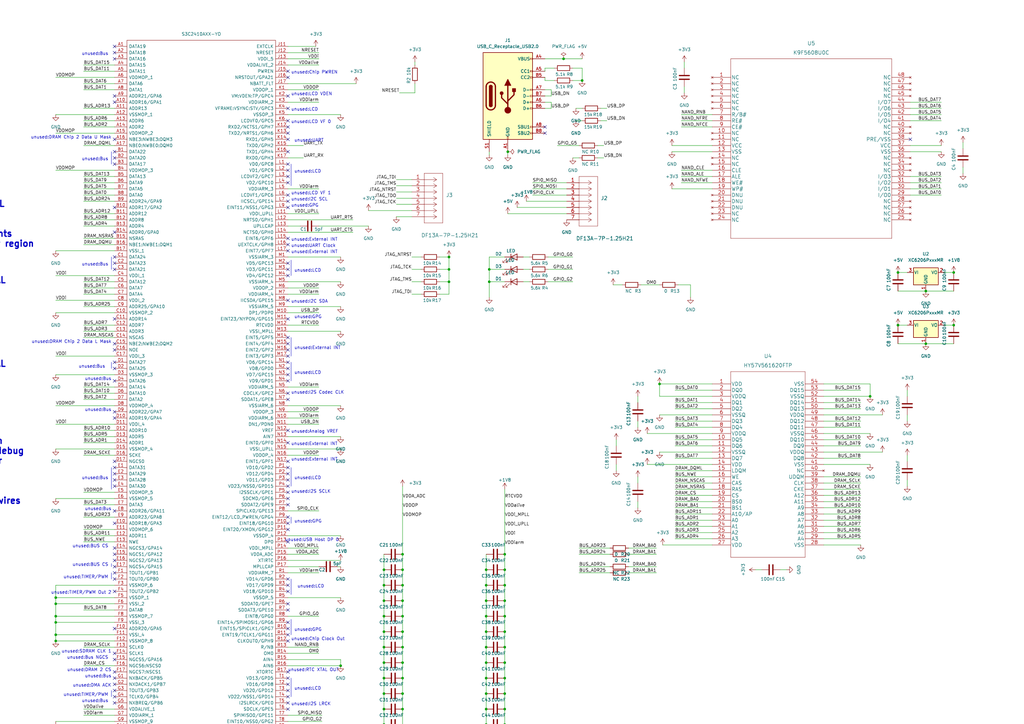
<source format=kicad_sch>
(kicad_sch (version 20230121) (generator eeschema)
  (paper "A3")
  (junction (at 207.01 271.78))
  (junction (at 199.39 259.08))
  (junction (at 199.39 309.88))
  (junction (at 391.16 133.35))
  (junction (at 165.1 284.48))
  (junction (at 165.1 227.33))
  (junction (at 44.45 383.54))
  (junction (at 165.1 233.68))
  (junction (at 157.48 240.03))
  (junction (at 139.7 313.69))
  (junction (at 207.01 252.73))
  (junction (at 22.86 339.09))
  (junction (at 199.39 252.73))
  (junction (at 199.39 233.68))
  (junction (at 220.98 -29.21))
  (junction (at 203.2 -48.26))
  (junction (at 165.1 259.08))
  (junction (at 184.15 115.57))
  (junction (at 207.01 303.53))
  (junction (at 220.98 -36.83))
  (junction (at 200.66 110.49))
  (junction (at 368.3 133.35))
  (junction (at 157.48 233.68))
  (junction (at 207.01 265.43))
  (junction (at 165.1 240.03))
  (junction (at 22.86 255.27))
  (junction (at 165.1 290.83))
  (junction (at 22.86 260.35))
  (junction (at 157.48 278.13))
  (junction (at 157.48 246.38))
  (junction (at 199.39 240.03))
  (junction (at 199.39 316.23))
  (junction (at 22.86 262.89))
  (junction (at 379.73 119.38))
  (junction (at 157.48 259.08))
  (junction (at 368.3 111.76))
  (junction (at 379.73 140.97))
  (junction (at 207.01 227.33))
  (junction (at 199.39 290.83))
  (junction (at 165.1 246.38))
  (junction (at 207.01 309.88))
  (junction (at 207.01 278.13))
  (junction (at 200.66 115.57))
  (junction (at 139.7 318.77))
  (junction (at 238.76 33.02))
  (junction (at 207.01 -29.21))
  (junction (at 184.15 110.49))
  (junction (at 207.01 259.08))
  (junction (at 22.86 245.11))
  (junction (at 199.39 265.43))
  (junction (at 165.1 252.73))
  (junction (at 199.39 246.38))
  (junction (at 207.01 240.03))
  (junction (at 157.48 271.78))
  (junction (at 199.39 278.13))
  (junction (at 139.7 316.23))
  (junction (at 165.1 278.13))
  (junction (at 22.86 247.65))
  (junction (at 157.48 297.18))
  (junction (at 132.08 361.95))
  (junction (at 199.39 271.78))
  (junction (at 165.1 271.78))
  (junction (at 207.01 284.48))
  (junction (at 132.08 359.41))
  (junction (at 199.39 297.18))
  (junction (at 139.7 311.15))
  (junction (at 157.48 252.73))
  (junction (at 356.87 162.56))
  (junction (at 391.16 111.76))
  (junction (at 22.86 252.73))
  (junction (at 207.01 246.38))
  (junction (at 199.39 284.48))
  (junction (at 184.15 105.41))
  (junction (at 157.48 284.48))
  (junction (at 231.14 24.13))
  (junction (at 207.01 233.68))
  (junction (at 238.76 -59.69))
  (junction (at 270.51 157.48))
  (junction (at 199.39 303.53))
  (junction (at 207.01 297.18))
  (junction (at 132.08 356.87))
  (junction (at 207.01 290.83))
  (junction (at 208.28 62.23))
  (junction (at 157.48 290.83))
  (junction (at 139.7 273.05))
  (junction (at 157.48 265.43))
  (junction (at 165.1 265.43))
  (no_connect (at 46.99 151.13))
  (no_connect (at 118.11 31.75))
  (no_connect (at 118.11 80.01))
  (no_connect (at 46.99 67.31))
  (no_connect (at 46.99 95.25))
  (no_connect (at 118.11 262.89))
  (no_connect (at 46.99 143.51))
  (no_connect (at 118.11 250.19))
  (no_connect (at 46.99 168.91))
  (no_connect (at 118.11 54.61))
  (no_connect (at 118.11 255.27))
  (no_connect (at 118.11 85.09))
  (no_connect (at 46.99 270.51))
  (no_connect (at 118.11 138.43))
  (no_connect (at 228.6 -49.53))
  (no_connect (at 118.11 29.21))
  (no_connect (at 46.99 257.81))
  (no_connect (at 46.99 64.77))
  (no_connect (at 118.11 214.63))
  (no_connect (at 118.11 140.97))
  (no_connect (at 118.11 260.35))
  (no_connect (at 118.11 222.25))
  (no_connect (at 46.99 283.21))
  (no_connect (at 46.99 323.85))
  (no_connect (at 118.11 207.01))
  (no_connect (at 118.11 204.47))
  (no_connect (at 187.96 -26.67))
  (no_connect (at 118.11 82.55))
  (no_connect (at 46.99 62.23))
  (no_connect (at 118.11 217.17))
  (no_connect (at 46.99 224.79))
  (no_connect (at 118.11 62.23))
  (no_connect (at 46.99 359.41))
  (no_connect (at 118.11 97.79))
  (no_connect (at 46.99 199.39))
  (no_connect (at 46.99 24.13))
  (no_connect (at 46.99 191.77))
  (no_connect (at 46.99 110.49))
  (no_connect (at 248.92 -41.91))
  (no_connect (at 118.11 163.83))
  (no_connect (at 46.99 148.59))
  (no_connect (at 118.11 346.71))
  (no_connect (at 118.11 349.25))
  (no_connect (at 46.99 156.21))
  (no_connect (at 46.99 237.49))
  (no_connect (at 187.96 -29.21))
  (no_connect (at 118.11 143.51))
  (no_connect (at 223.52 54.61))
  (no_connect (at 223.52 52.07))
  (no_connect (at 46.99 189.23))
  (no_connect (at 118.11 130.81))
  (no_connect (at 118.11 344.17))
  (no_connect (at 118.11 212.09))
  (no_connect (at 46.99 140.97))
  (no_connect (at 118.11 201.93))
  (no_connect (at 118.11 334.01))
  (no_connect (at 46.99 288.29))
  (no_connect (at 46.99 278.13))
  (no_connect (at 118.11 161.29))
  (no_connect (at 46.99 194.31))
  (no_connect (at 46.99 229.87))
  (no_connect (at 118.11 189.23))
  (no_connect (at 118.11 123.19))
  (no_connect (at 46.99 41.91))
  (no_connect (at 46.99 39.37))
  (no_connect (at 118.11 247.65))
  (no_connect (at 248.92 -39.37))
  (no_connect (at 46.99 354.33))
  (no_connect (at 46.99 318.77))
  (no_connect (at 46.99 285.75))
  (no_connect (at 118.11 275.59))
  (no_connect (at 118.11 288.29))
  (no_connect (at 46.99 85.09))
  (no_connect (at 46.99 298.45))
  (no_connect (at 46.99 105.41))
  (no_connect (at 373.38 57.15))
  (no_connect (at 118.11 290.83))
  (no_connect (at 118.11 39.37))
  (no_connect (at 46.99 107.95))
  (no_connect (at 118.11 181.61))
  (no_connect (at 118.11 49.53))
  (no_connect (at 46.99 349.25))
  (no_connect (at 118.11 242.57))
  (no_connect (at 118.11 240.03))
  (no_connect (at 118.11 237.49))
  (no_connect (at 118.11 323.85))
  (no_connect (at 118.11 321.31))
  (no_connect (at 118.11 326.39))
  (no_connect (at 118.11 278.13))
  (no_connect (at 118.11 283.21))
  (no_connect (at 118.11 280.67))
  (no_connect (at 118.11 285.75))
  (no_connect (at 118.11 199.39))
  (no_connect (at 118.11 196.85))
  (no_connect (at 118.11 191.77))
  (no_connect (at 118.11 194.31))
  (no_connect (at 118.11 44.45))
  (no_connect (at 118.11 156.21))
  (no_connect (at 118.11 153.67))
  (no_connect (at 118.11 151.13))
  (no_connect (at 118.11 113.03))
  (no_connect (at 118.11 110.49))
  (no_connect (at 118.11 107.95))
  (no_connect (at 118.11 148.59))
  (no_connect (at 118.11 146.05))
  (no_connect (at 118.11 72.39))
  (no_connect (at 118.11 69.85))
  (no_connect (at 118.11 67.31))
  (no_connect (at 118.11 74.93))
  (no_connect (at 46.99 214.63))
  (no_connect (at 46.99 275.59))
  (no_connect (at 46.99 280.67))
  (no_connect (at 46.99 232.41))
  (no_connect (at 46.99 171.45))
  (no_connect (at 118.11 331.47))
  (no_connect (at 118.11 102.87))
  (no_connect (at 46.99 196.85))
  (no_connect (at 118.11 100.33))
  (no_connect (at 46.99 57.15))
  (no_connect (at 46.99 19.05))
  (no_connect (at 46.99 21.59))
  (no_connect (at 46.99 321.31))
  (no_connect (at 118.11 57.15))
  (no_connect (at 118.11 303.53))
  (no_connect (at 118.11 306.07))
  (no_connect (at 46.99 242.57))
  (no_connect (at 46.99 234.95))
  (no_connect (at 46.99 227.33))
  (no_connect (at 46.99 267.97))
  (no_connect (at 46.99 209.55))
  (no_connect (at 248.92 -36.83))
  (no_connect (at 118.11 257.81))
  (no_connect (at 118.11 176.53))
  (no_connect (at 118.11 300.99))
  (no_connect (at 118.11 52.07))
  (no_connect (at 248.92 -34.29))
  (no_connect (at 46.99 130.81))
  (wire (pts (xy 34.29 250.19) (xy 46.99 250.19)))
  (wire (pts (xy 223.52 29.21) (xy 223.52 27.94)))
  (wire (pts (xy 394.97 58.42) (xy 394.97 60.96)))
  (wire (pts (xy 22.86 184.15) (xy 46.99 184.15)))
  (wire (pts (xy 118.11 351.79) (xy 144.78 351.79)))
  (wire (pts (xy 34.29 80.01) (xy 46.99 80.01)))
  (wire (pts (xy 238.76 27.94) (xy 238.76 33.02)))
  (wire (pts (xy 199.39 265.43) (xy 199.39 271.78)))
  (wire (pts (xy 180.34 105.41) (xy 184.15 105.41)))
  (wire (pts (xy 34.29 34.29) (xy 46.99 34.29)))
  (wire (pts (xy 248.92 -52.07) (xy 259.08 -52.07)))
  (wire (pts (xy 144.78 95.25) (xy 118.11 95.25)))
  (wire (pts (xy 22.86 54.61) (xy 46.99 54.61)))
  (wire (pts (xy 275.59 62.23) (xy 292.1 62.23)))
  (wire (pts (xy 168.91 105.41) (xy 172.72 105.41)))
  (wire (pts (xy 208.28 63.5) (xy 208.28 62.23)))
  (wire (pts (xy 124.46 64.77) (xy 118.11 64.77)))
  (wire (pts (xy 118.11 46.99) (xy 139.7 46.99)))
  (wire (pts (xy 118.11 125.73) (xy 139.7 125.73)))
  (wire (pts (xy 276.86 167.64) (xy 292.1 167.64)))
  (wire (pts (xy 236.22 -59.69) (xy 238.76 -59.69)))
  (wire (pts (xy 157.48 297.18) (xy 157.48 306.07)))
  (wire (pts (xy 22.86 69.85) (xy 46.99 69.85)))
  (wire (pts (xy 34.29 176.53) (xy 46.99 176.53)))
  (wire (pts (xy 34.29 290.83) (xy 46.99 290.83)))
  (wire (pts (xy 257.81 227.33) (xy 269.24 227.33)))
  (wire (pts (xy 162.56 73.66) (xy 168.91 73.66)))
  (wire (pts (xy 379.73 140.97) (xy 391.16 140.97)))
  (wire (pts (xy 118.11 313.69) (xy 139.7 313.69)))
  (wire (pts (xy 368.3 133.35) (xy 372.11 133.35)))
  (wire (pts (xy 373.38 41.91) (xy 386.08 41.91)))
  (wire (pts (xy 118.11 245.11) (xy 139.7 245.11)))
  (wire (pts (xy 203.2 -53.34) (xy 203.2 -48.26)))
  (wire (pts (xy 207.01 284.48) (xy 207.01 290.83)))
  (wire (pts (xy 165.1 227.33) (xy 165.1 233.68)))
  (polyline (pts (xy 119.38 278.13) (xy 119.38 285.75)))
  (wire (pts (xy 372.11 160.02) (xy 372.11 162.56)))
  (wire (pts (xy 200.66 115.57) (xy 207.01 115.57)))
  (wire (pts (xy 34.29 133.35) (xy 46.99 133.35)))
  (wire (pts (xy 337.82 195.58) (xy 353.06 195.58)))
  (wire (pts (xy 132.08 359.41) (xy 132.08 361.95)))
  (wire (pts (xy 199.39 290.83) (xy 199.39 297.18)))
  (wire (pts (xy 162.56 88.9) (xy 168.91 88.9)))
  (wire (pts (xy 275.59 77.47) (xy 292.1 77.47)))
  (wire (pts (xy 280.67 35.56) (xy 280.67 38.1)))
  (wire (pts (xy 34.29 346.71) (xy 46.99 346.71)))
  (wire (pts (xy 276.86 187.96) (xy 292.1 187.96)))
  (wire (pts (xy 200.66 105.41) (xy 200.66 110.49)))
  (wire (pts (xy 276.86 210.82) (xy 292.1 210.82)))
  (wire (pts (xy 118.11 171.45) (xy 130.81 171.45)))
  (wire (pts (xy 165.1 233.68) (xy 165.1 240.03)))
  (wire (pts (xy 199.39 303.53) (xy 199.39 309.88)))
  (wire (pts (xy 270.51 170.18) (xy 292.1 170.18)))
  (wire (pts (xy 118.11 356.87) (xy 132.08 356.87)))
  (wire (pts (xy 165.1 252.73) (xy 165.1 259.08)))
  (wire (pts (xy 22.86 173.99) (xy 46.99 173.99)))
  (wire (pts (xy 118.11 184.15) (xy 139.7 184.15)))
  (wire (pts (xy 162.56 76.2) (xy 168.91 76.2)))
  (wire (pts (xy 165.1 246.38) (xy 165.1 252.73)))
  (wire (pts (xy 251.46 116.84) (xy 255.27 116.84)))
  (wire (pts (xy 34.29 308.61) (xy 46.99 308.61)))
  (wire (pts (xy 337.82 165.1) (xy 353.06 165.1)))
  (wire (pts (xy 34.29 313.69) (xy 46.99 313.69)))
  (wire (pts (xy 220.98 -29.21) (xy 228.6 -29.21)))
  (wire (pts (xy 22.86 260.35) (xy 22.86 262.89)))
  (wire (pts (xy 257.81 232.41) (xy 269.24 232.41)))
  (wire (pts (xy 373.38 46.99) (xy 386.08 46.99)))
  (wire (pts (xy 373.38 77.47) (xy 386.08 77.47)))
  (wire (pts (xy 187.96 -36.83) (xy 190.5 -36.83)))
  (wire (pts (xy 118.11 224.79) (xy 130.81 224.79)))
  (wire (pts (xy 118.11 295.91) (xy 132.08 295.91)))
  (wire (pts (xy 208.28 87.63) (xy 232.41 87.63)))
  (wire (pts (xy 223.52 31.75) (xy 223.52 33.02)))
  (wire (pts (xy 373.38 59.69) (xy 386.08 59.69)))
  (wire (pts (xy 162.56 81.28) (xy 168.91 81.28)))
  (wire (pts (xy 34.29 181.61) (xy 46.99 181.61)))
  (wire (pts (xy 118.11 158.75) (xy 130.81 158.75)))
  (wire (pts (xy 118.11 186.69) (xy 130.81 186.69)))
  (wire (pts (xy 118.11 328.93) (xy 139.7 328.93)))
  (wire (pts (xy 34.29 212.09) (xy 46.99 212.09)))
  (wire (pts (xy 118.11 252.73) (xy 130.81 252.73)))
  (wire (pts (xy 34.29 163.83) (xy 46.99 163.83)))
  (wire (pts (xy 283.21 116.84) (xy 283.21 121.92)))
  (wire (pts (xy 34.29 336.55) (xy 46.99 336.55)))
  (wire (pts (xy 22.86 339.09) (xy 22.86 334.01)))
  (wire (pts (xy 356.87 157.48) (xy 356.87 162.56)))
  (wire (pts (xy 22.86 316.23) (xy 46.99 316.23)))
  (wire (pts (xy 187.96 -44.45) (xy 190.5 -44.45)))
  (wire (pts (xy 118.11 354.33) (xy 132.08 354.33)))
  (wire (pts (xy 199.39 259.08) (xy 199.39 265.43)))
  (wire (pts (xy 309.88 233.68) (xy 312.42 233.68)))
  (wire (pts (xy 279.4 46.99) (xy 292.1 46.99)))
  (wire (pts (xy 215.9 82.55) (xy 232.41 82.55)))
  (wire (pts (xy 22.86 247.65) (xy 22.86 245.11)))
  (wire (pts (xy 187.96 -48.26) (xy 191.77 -48.26)))
  (wire (pts (xy 22.86 255.27) (xy 46.99 255.27)))
  (wire (pts (xy 372.11 186.69) (xy 372.11 189.23)))
  (wire (pts (xy 118.11 115.57) (xy 139.7 115.57)))
  (wire (pts (xy 248.92 -49.53) (xy 259.08 -49.53)))
  (wire (pts (xy 214.63 115.57) (xy 217.17 115.57)))
  (wire (pts (xy 337.82 180.34) (xy 353.06 180.34)))
  (wire (pts (xy 223.52 39.37) (xy 226.06 39.37)))
  (wire (pts (xy 207.01 271.78) (xy 207.01 278.13)))
  (wire (pts (xy 22.86 146.05) (xy 46.99 146.05)))
  (polyline (pts (xy 119.38 148.59) (xy 119.38 156.21)))
  (wire (pts (xy 22.86 166.37) (xy 46.99 166.37)))
  (wire (pts (xy 118.11 24.13) (xy 130.81 24.13)))
  (wire (pts (xy 22.86 255.27) (xy 22.86 252.73)))
  (wire (pts (xy 218.44 80.01) (xy 232.41 80.01)))
  (wire (pts (xy 165.1 199.39) (xy 165.1 227.33)))
  (wire (pts (xy 261.62 205.74) (xy 261.62 208.28)))
  (polyline (pts (xy 119.38 67.31) (xy 119.38 76.2)))
  (wire (pts (xy 238.76 -59.69) (xy 238.76 -57.15)))
  (wire (pts (xy 22.86 240.03) (xy 46.99 240.03)))
  (wire (pts (xy 170.18 25.4) (xy 170.18 26.67)))
  (wire (pts (xy 337.82 220.98) (xy 353.06 220.98)))
  (wire (pts (xy 190.5 -39.37) (xy 190.5 -36.83)))
  (wire (pts (xy 118.11 219.71) (xy 139.7 219.71)))
  (wire (pts (xy 118.11 298.45) (xy 139.7 298.45)))
  (wire (pts (xy 387.35 133.35) (xy 391.16 133.35)))
  (wire (pts (xy 279.4 69.85) (xy 292.1 69.85)))
  (wire (pts (xy 157.48 271.78) (xy 157.48 278.13)))
  (wire (pts (xy 118.11 232.41) (xy 130.81 232.41)))
  (wire (pts (xy 34.29 331.47) (xy 46.99 331.47)))
  (wire (pts (xy 218.44 77.47) (xy 232.41 77.47)))
  (wire (pts (xy 34.29 90.17) (xy 46.99 90.17)))
  (wire (pts (xy 280.67 25.4) (xy 280.67 27.94)))
  (wire (pts (xy 118.11 41.91) (xy 130.81 41.91)))
  (polyline (pts (xy 45.72 191.77) (xy 45.72 200.66)))
  (wire (pts (xy 34.29 138.43) (xy 46.99 138.43)))
  (wire (pts (xy 199.39 284.48) (xy 199.39 290.83)))
  (wire (pts (xy 118.11 77.47) (xy 130.81 77.47)))
  (wire (pts (xy 34.29 100.33) (xy 46.99 100.33)))
  (polyline (pts (xy 119.38 138.43) (xy 119.38 146.05)))
  (wire (pts (xy 237.49 234.95) (xy 250.19 234.95)))
  (wire (pts (xy 320.04 233.68) (xy 322.58 233.68)))
  (wire (pts (xy 219.71 -41.91) (xy 228.6 -41.91)))
  (wire (pts (xy 34.29 303.53) (xy 46.99 303.53)))
  (wire (pts (xy 34.29 49.53) (xy 46.99 49.53)))
  (wire (pts (xy 34.29 186.69) (xy 46.99 186.69)))
  (polyline (pts (xy 45.72 231.14) (xy 45.72 232.41)))
  (wire (pts (xy 118.11 341.63) (xy 132.08 341.63)))
  (wire (pts (xy 231.14 24.13) (xy 238.76 24.13)))
  (wire (pts (xy 252.73 180.34) (xy 252.73 182.88)))
  (wire (pts (xy 337.82 215.9) (xy 353.06 215.9)))
  (polyline (pts (xy 119.38 237.49) (xy 119.38 243.84)))
  (wire (pts (xy 34.29 87.63) (xy 46.99 87.63)))
  (wire (pts (xy 118.11 118.11) (xy 130.81 118.11)))
  (wire (pts (xy 187.96 -41.91) (xy 190.5 -41.91)))
  (wire (pts (xy 22.86 247.65) (xy 46.99 247.65)))
  (wire (pts (xy 168.91 115.57) (xy 172.72 115.57)))
  (wire (pts (xy 214.63 105.41) (xy 217.17 105.41)))
  (wire (pts (xy 199.39 252.73) (xy 199.39 259.08)))
  (wire (pts (xy 118.11 293.37) (xy 132.08 293.37)))
  (polyline (pts (xy 45.72 234.95) (xy 45.72 237.49)))
  (wire (pts (xy 157.48 252.73) (xy 157.48 259.08)))
  (wire (pts (xy 163.83 38.1) (xy 170.18 38.1)))
  (wire (pts (xy 34.29 97.79) (xy 46.99 97.79)))
  (wire (pts (xy 207.01 -29.21) (xy 207.01 -36.83)))
  (wire (pts (xy 207.01 227.33) (xy 207.01 233.68)))
  (wire (pts (xy 34.29 92.71) (xy 46.99 92.71)))
  (wire (pts (xy 246.38 44.45) (xy 248.92 44.45)))
  (wire (pts (xy 237.49 224.79) (xy 250.19 224.79)))
  (polyline (pts (xy 45.72 105.41) (xy 45.72 110.49)))
  (wire (pts (xy 207.01 200.66) (xy 207.01 227.33)))
  (wire (pts (xy 118.11 135.89) (xy 139.7 135.89)))
  (wire (pts (xy 187.96 -53.34) (xy 191.77 -53.34)))
  (wire (pts (xy 168.91 120.65) (xy 172.72 120.65)))
  (wire (pts (xy 217.17 -36.83) (xy 220.98 -36.83)))
  (wire (pts (xy 22.86 252.73) (xy 46.99 252.73)))
  (wire (pts (xy 276.86 182.88) (xy 292.1 182.88)))
  (wire (pts (xy 34.29 52.07) (xy 46.99 52.07)))
  (wire (pts (xy 118.11 308.61) (xy 139.7 308.61)))
  (wire (pts (xy 22.86 123.19) (xy 46.99 123.19)))
  (wire (pts (xy 44.45 383.54) (xy 44.45 375.92)))
  (wire (pts (xy 372.11 170.18) (xy 372.11 172.72)))
  (wire (pts (xy 34.29 361.95) (xy 46.99 361.95)))
  (wire (pts (xy 276.86 208.28) (xy 292.1 208.28)))
  (wire (pts (xy 151.13 86.36) (xy 168.91 86.36)))
  (wire (pts (xy 248.92 -31.75) (xy 255.27 -31.75)))
  (polyline (pts (xy 119.38 191.77) (xy 119.38 199.39)))
  (wire (pts (xy 118.11 92.71) (xy 123.19 92.71)))
  (wire (pts (xy 276.86 160.02) (xy 292.1 160.02)))
  (polyline (pts (xy 119.38 321.31) (xy 119.38 326.39)))
  (wire (pts (xy 22.86 339.09) (xy 46.99 339.09)))
  (wire (pts (xy 337.82 190.5) (xy 356.87 190.5)))
  (wire (pts (xy 22.86 245.11) (xy 46.99 245.11)))
  (wire (pts (xy 368.3 140.97) (xy 379.73 140.97)))
  (wire (pts (xy 207.01 303.53) (xy 207.01 309.88)))
  (wire (pts (xy 34.29 115.57) (xy 46.99 115.57)))
  (wire (pts (xy 245.11 64.77) (xy 247.65 64.77)))
  (wire (pts (xy 34.29 125.73) (xy 46.99 125.73)))
  (polyline (pts (xy 119.38 212.09) (xy 119.38 214.63)))
  (wire (pts (xy 118.11 26.67) (xy 130.81 26.67)))
  (wire (pts (xy 218.44 74.93) (xy 232.41 74.93)))
  (wire (pts (xy 130.81 92.71) (xy 151.13 92.71)))
  (wire (pts (xy 34.29 293.37) (xy 46.99 293.37)))
  (wire (pts (xy 118.11 209.55) (xy 130.81 209.55)))
  (wire (pts (xy 337.82 218.44) (xy 353.06 218.44)))
  (wire (pts (xy 337.82 157.48) (xy 356.87 157.48)))
  (wire (pts (xy 199.39 -48.26) (xy 203.2 -48.26)))
  (wire (pts (xy 200.66 105.41) (xy 207.01 105.41)))
  (wire (pts (xy 180.34 115.57) (xy 184.15 115.57)))
  (wire (pts (xy 373.38 62.23) (xy 386.08 62.23)))
  (wire (pts (xy 184.15 120.65) (xy 184.15 115.57)))
  (wire (pts (xy 34.29 356.87) (xy 46.99 356.87)))
  (wire (pts (xy 34.29 161.29) (xy 46.99 161.29)))
  (wire (pts (xy 276.86 165.1) (xy 292.1 165.1)))
  (wire (pts (xy 34.29 273.05) (xy 46.99 273.05)))
  (wire (pts (xy 172.72 -17.78) (xy 172.72 -19.05)))
  (wire (pts (xy 118.11 166.37) (xy 139.7 166.37)))
  (wire (pts (xy 223.52 33.02) (xy 227.33 33.02)))
  (wire (pts (xy 34.29 217.17) (xy 46.99 217.17)))
  (wire (pts (xy 118.11 90.17) (xy 144.78 90.17)))
  (wire (pts (xy 228.6 -31.75) (xy 228.6 -29.21)))
  (wire (pts (xy 168.91 110.49) (xy 172.72 110.49)))
  (wire (pts (xy 387.35 111.76) (xy 391.16 111.76)))
  (wire (pts (xy 34.29 118.11) (xy 46.99 118.11)))
  (wire (pts (xy 200.66 110.49) (xy 200.66 115.57)))
  (polyline (pts (xy 119.38 254) (xy 119.38 260.35)))
  (wire (pts (xy 199.39 -53.34) (xy 203.2 -53.34)))
  (wire (pts (xy 278.13 116.84) (xy 283.21 116.84)))
  (wire (pts (xy 34.29 135.89) (xy 46.99 135.89)))
  (wire (pts (xy 279.4 74.93) (xy 292.1 74.93)))
  (wire (pts (xy 337.82 210.82) (xy 353.06 210.82)))
  (wire (pts (xy 234.95 33.02) (xy 238.76 33.02)))
  (wire (pts (xy 257.81 234.95) (xy 269.24 234.95)))
  (wire (pts (xy 118.11 339.09) (xy 132.08 339.09)))
  (wire (pts (xy 118.11 87.63) (xy 130.81 87.63)))
  (wire (pts (xy 373.38 80.01) (xy 386.08 80.01)))
  (wire (pts (xy 34.29 158.75) (xy 46.99 158.75)))
  (wire (pts (xy 207.01 252.73) (xy 207.01 259.08)))
  (wire (pts (xy 238.76 -60.96) (xy 238.76 -59.69)))
  (wire (pts (xy 130.81 21.59) (xy 118.11 21.59)))
  (wire (pts (xy 22.86 295.91) (xy 46.99 295.91)))
  (wire (pts (xy 368.3 119.38) (xy 379.73 119.38)))
  (wire (pts (xy 373.38 44.45) (xy 386.08 44.45)))
  (wire (pts (xy 118.11 267.97) (xy 130.81 267.97)))
  (wire (pts (xy 236.22 44.45) (xy 238.76 44.45)))
  (polyline (pts (xy 45.72 148.59) (xy 45.72 151.13)))
  (wire (pts (xy 207.01 259.08) (xy 207.01 265.43)))
  (wire (pts (xy 34.29 82.55) (xy 46.99 82.55)))
  (wire (pts (xy 212.09 85.09) (xy 232.41 85.09)))
  (wire (pts (xy 379.73 119.38) (xy 391.16 119.38)))
  (wire (pts (xy 270.51 185.42) (xy 292.1 185.42)))
  (wire (pts (xy 337.82 213.36) (xy 353.06 213.36)))
  (wire (pts (xy 219.71 -44.45) (xy 228.6 -44.45)))
  (wire (pts (xy 337.82 175.26) (xy 353.06 175.26)))
  (wire (pts (xy 118.11 105.41) (xy 139.7 105.41)))
  (wire (pts (xy 46.99 262.89) (xy 22.86 262.89)))
  (wire (pts (xy 337.82 205.74) (xy 353.06 205.74)))
  (wire (pts (xy 223.52 27.94) (xy 227.33 27.94)))
  (wire (pts (xy 199.39 246.38) (xy 199.39 252.73)))
  (wire (pts (xy 118.11 227.33) (xy 130.81 227.33)))
  (wire (pts (xy 207.01 309.88) (xy 207.01 316.23)))
  (wire (pts (xy 276.86 218.44) (xy 292.1 218.44)))
  (wire (pts (xy 223.52 41.91) (xy 226.06 41.91)))
  (wire (pts (xy 118.11 179.07) (xy 139.7 179.07)))
  (wire (pts (xy 337.82 187.96) (xy 353.06 187.96)))
  (wire (pts (xy 207.01 246.38) (xy 207.01 252.73)))
  (wire (pts (xy 34.29 326.39) (xy 46.99 326.39)))
  (polyline (pts (xy 45.72 318.77) (xy 45.72 323.85)))
  (wire (pts (xy 200.66 63.5) (xy 200.66 62.23)))
  (wire (pts (xy 265.43 177.8) (xy 292.1 177.8)))
  (wire (pts (xy 207.01 -36.83) (xy 209.55 -36.83)))
  (wire (pts (xy 252.73 190.5) (xy 252.73 193.04)))
  (wire (pts (xy 276.86 195.58) (xy 292.1 195.58)))
  (wire (pts (xy 373.38 74.93) (xy 386.08 74.93)))
  (wire (pts (xy 180.34 120.65) (xy 184.15 120.65)))
  (wire (pts (xy 165.1 290.83) (xy 165.1 297.18)))
  (wire (pts (xy 276.86 198.12) (xy 292.1 198.12)))
  (wire (pts (xy 337.82 160.02) (xy 353.06 160.02)))
  (wire (pts (xy 157.48 246.38) (xy 157.48 252.73)))
  (wire (pts (xy 187.96 -52.07) (xy 187.96 -53.34)))
  (wire (pts (xy 184.15 115.57) (xy 184.15 110.49)))
  (wire (pts (xy 118.11 120.65) (xy 130.81 120.65)))
  (wire (pts (xy 224.79 115.57) (xy 234.95 115.57)))
  (wire (pts (xy 157.48 240.03) (xy 157.48 246.38)))
  (wire (pts (xy 394.97 68.58) (xy 394.97 71.12)))
  (wire (pts (xy 139.7 316.23) (xy 139.7 318.77)))
  (wire (pts (xy 22.86 128.27) (xy 46.99 128.27)))
  (wire (pts (xy 34.29 265.43) (xy 46.99 265.43)))
  (wire (pts (xy 262.89 116.84) (xy 270.51 116.84)))
  (wire (pts (xy 34.29 26.67) (xy 46.99 26.67)))
  (wire (pts (xy 234.95 64.77) (xy 237.49 64.77)))
  (wire (pts (xy 118.11 229.87) (xy 139.7 229.87)))
  (wire (pts (xy 22.86 260.35) (xy 22.86 255.27)))
  (wire (pts (xy 223.52 24.13) (xy 231.14 24.13)))
  (wire (pts (xy 34.29 344.17) (xy 46.99 344.17)))
  (wire (pts (xy 207.01 -29.21) (xy 209.55 -29.21)))
  (wire (pts (xy 207.01 265.43) (xy 207.01 271.78)))
  (wire (pts (xy 118.11 336.55) (xy 132.08 336.55)))
  (wire (pts (xy 34.29 44.45) (xy 46.99 44.45)))
  (wire (pts (xy 276.86 205.74) (xy 292.1 205.74)))
  (wire (pts (xy 22.86 252.73) (xy 22.86 247.65)))
  (wire (pts (xy 261.62 172.72) (xy 261.62 175.26)))
  (wire (pts (xy 214.63 110.49) (xy 217.17 110.49)))
  (wire (pts (xy 224.79 110.49) (xy 234.95 110.49)))
  (wire (pts (xy 22.86 31.75) (xy 46.99 31.75)))
  (wire (pts (xy 257.81 224.79) (xy 269.24 224.79)))
  (wire (pts (xy 34.29 77.47) (xy 46.99 77.47)))
  (wire (pts (xy 246.38 49.53) (xy 248.92 49.53)))
  (wire (pts (xy 34.29 74.93) (xy 46.99 74.93)))
  (wire (pts (xy 223.52 36.83) (xy 226.06 36.83)))
  (wire (pts (xy 279.4 52.07) (xy 292.1 52.07)))
  (wire (pts (xy 207.01 233.68) (xy 207.01 240.03)))
  (wire (pts (xy 337.82 198.12) (xy 353.06 198.12)))
  (wire (pts (xy 139.7 313.69) (xy 139.7 316.23)))
  (wire (pts (xy 261.62 195.58) (xy 261.62 198.12)))
  (wire (pts (xy 234.95 27.94) (xy 238.76 27.94)))
  (wire (pts (xy 190.5 -44.45) (xy 190.5 -41.91)))
  (wire (pts (xy 95.25 379.73) (xy 100.33 379.73)))
  (wire (pts (xy 124.46 59.69) (xy 118.11 59.69)))
  (wire (pts (xy 165.1 265.43) (xy 165.1 271.78)))
  (wire (pts (xy 337.82 162.56) (xy 356.87 162.56)))
  (wire (pts (xy 157.48 284.48) (xy 157.48 290.83)))
  (wire (pts (xy 138.43 232.41) (xy 139.7 232.41)))
  (wire (pts (xy 165.1 271.78) (xy 165.1 278.13)))
  (wire (pts (xy 368.3 111.76) (xy 372.11 111.76)))
  (wire (pts (xy 276.86 203.2) (xy 292.1 203.2)))
  (wire (pts (xy 34.29 311.15) (xy 46.99 311.15)))
  (wire (pts (xy 276.86 220.98) (xy 292.1 220.98)))
  (wire (pts (xy 118.11 318.77) (xy 139.7 318.77)))
  (wire (pts (xy 22.86 153.67) (xy 46.99 153.67)))
  (wire (pts (xy 372.11 196.85) (xy 372.11 199.39)))
  (wire (pts (xy 118.11 359.41) (xy 132.08 359.41)))
  (wire (pts (xy 118.11 234.95) (xy 130.81 234.95)))
  (wire (pts (xy 107.95 379.73) (xy 114.3 379.73)))
  (wire (pts (xy 157.48 265.43) (xy 157.48 271.78)))
  (wire (pts (xy 170.18 34.29) (xy 170.18 38.1)))
  (wire (pts (xy 44.45 383.54) (xy 50.8 383.54)))
  (wire (pts (xy 22.86 204.47) (xy 46.99 204.47)))
  (wire (pts (xy 34.29 59.69) (xy 46.99 59.69)))
  (polyline (pts (xy 119.38 331.47) (xy 119.38 334.01)))
  (wire (pts (xy 200.66 110.49) (xy 207.01 110.49)))
  (wire (pts (xy 337.82 203.2) (xy 353.06 203.2)))
  (wire (pts (xy 270.51 157.48) (xy 292.1 157.48)))
  (wire (pts (xy 34.29 341.63) (xy 46.99 341.63)))
  (wire (pts (xy 118.11 173.99) (xy 130.81 173.99)))
  (wire (pts (xy 165.1 278.13) (xy 165.1 284.48)))
  (wire (pts (xy 337.82 223.52) (xy 353.06 223.52)))
  (wire (pts (xy 157.48 233.68) (xy 157.48 240.03)))
  (wire (pts (xy 279.4 49.53) (xy 292.1 49.53)))
  (wire (pts (xy 58.42 375.92) (xy 62.23 375.92)))
  (wire (pts (xy 276.86 200.66) (xy 292.1 200.66)))
  (wire (pts (xy 275.59 59.69) (xy 292.1 59.69)))
  (wire (pts (xy 207.01 297.18) (xy 207.01 303.53)))
  (wire (pts (xy 44.45 375.92) (xy 50.8 375.92)))
  (wire (pts (xy 207.01 290.83) (xy 207.01 297.18)))
  (wire (pts (xy 118.11 168.91) (xy 130.81 168.91)))
  (wire (pts (xy 279.4 72.39) (xy 292.1 72.39)))
  (wire (pts (xy 157.48 227.33) (xy 157.48 233.68)))
  (wire (pts (xy 199.39 240.03) (xy 199.39 246.38)))
  (wire (pts (xy 139.7 270.51) (xy 139.7 273.05)))
  (wire (pts (xy 337.82 185.42) (xy 361.95 185.42)))
  (wire (pts (xy 276.86 215.9) (xy 292.1 215.9)))
  (wire (pts (xy 118.11 19.05) (xy 129.54 19.05)))
  (wire (pts (xy 373.38 49.53) (xy 386.08 49.53)))
  (wire (pts (xy 132.08 354.33) (xy 132.08 356.87)))
  (wire (pts (xy 118.11 361.95) (xy 132.08 361.95)))
  (wire (pts (xy 237.49 227.33) (xy 250.19 227.33)))
  (wire (pts (xy 187.96 -39.37) (xy 190.5 -39.37)))
  (wire (pts (xy 224.79 105.41) (xy 234.95 105.41)))
  (wire (pts (xy 287.02 -39.37) (xy 287.02 -36.83)))
  (wire (pts (xy 236.22 -57.15) (xy 236.22 -59.69)))
  (wire (pts (xy 245.11 59.69) (xy 247.65 59.69)))
  (wire (pts (xy 118.11 316.23) (xy 139.7 316.23)))
  (wire (pts (xy 118.11 133.35) (xy 130.81 133.35)))
  (wire (pts (xy 22.86 334.01) (xy 46.99 334.01)))
  (wire (pts (xy 373.38 72.39) (xy 386.08 72.39)))
  (wire (pts (xy 22.86 260.35) (xy 46.99 260.35)))
  (wire (pts (xy 157.48 259.08) (xy 157.48 265.43)))
  (wire (pts (xy 118.11 273.05) (xy 139.7 273.05)))
  (polyline (pts (xy 119.38 106.68) (xy 119.38 113.03)))
  (wire (pts (xy 34.29 328.93) (xy 46.99 328.93)))
  (wire (pts (xy 34.29 201.93) (xy 46.99 201.93)))
  (wire (pts (xy 223.52 44.45) (xy 226.06 44.45)))
  (wire (pts (xy 22.86 113.03) (xy 46.99 113.03)))
  (wire (pts (xy 118.11 34.29) (xy 146.05 34.29)))
  (polyline (pts (xy 45.72 283.21) (xy 45.72 285.75)))
  (wire (pts (xy 337.82 208.28) (xy 353.06 208.28)))
  (wire (pts (xy 118.11 128.27) (xy 130.81 128.27)))
  (wire (pts (xy 187.96 -49.53) (xy 187.96 -48.26)))
  (wire (pts (xy 199.39 316.23) (xy 199.39 325.12)))
  (wire (pts (xy 162.56 78.74) (xy 168.91 78.74)))
  (wire (pts (xy 34.29 120.65) (xy 46.99 120.65)))
  (wire (pts (xy 207.01 240.03) (xy 207.01 246.38)))
  (wire (pts (xy 207.01 278.13) (xy 207.01 284.48)))
  (wire (pts (xy 237.49 232.41) (xy 250.19 232.41)))
  (wire (pts (xy 34.29 207.01) (xy 46.99 207.01)))
  (wire (pts (xy 337.82 172.72) (xy 353.06 172.72)))
  (wire (pts (xy 34.29 179.07) (xy 46.99 179.07)))
  (wire (pts (xy 276.86 193.04) (xy 292.1 193.04)))
  (wire (pts (xy 292.1 162.56) (xy 270.51 162.56)))
  (wire (pts (xy 199.39 278.13) (xy 199.39 284.48)))
  (wire (pts (xy 22.86 102.87) (xy 46.99 102.87)))
  (wire (pts (xy 220.98 -36.83) (xy 228.6 -36.83)))
  (wire (pts (xy 165.1 284.48) (xy 165.1 290.83)))
  (wire (pts (xy 34.29 300.99) (xy 46.99 300.99)))
  (wire (pts (xy 165.1 240.03) (xy 165.1 246.38)))
  (wire (pts (xy 337.82 200.66) (xy 353.06 200.66)))
  (wire (pts (xy 337.82 170.18) (xy 361.95 170.18)))
  (wire (pts (xy 276.86 213.36) (xy 292.1 213.36)))
  (wire (pts (xy 34.29 222.25) (xy 46.99 222.25)))
  (wire (pts (xy 199.39 227.33) (xy 199.39 233.68)))
  (wire (pts (xy 139.7 311.15) (xy 139.7 313.69)))
  (wire (pts (xy 34.29 29.21) (xy 46.99 29.21)))
  (wire (pts (xy 157.48 278.13) (xy 157.48 284.48)))
  (wire (pts (xy 337.82 177.8) (xy 356.87 177.8)))
  (wire (pts (xy 187.96 -57.15) (xy 203.2 -57.15)))
  (wire (pts (xy 34.29 351.79) (xy 46.99 351.79)))
  (wire (pts (xy 118.11 270.51) (xy 139.7 270.51)))
  (wire (pts (xy 199.39 297.18) (xy 199.39 303.53)))
  (wire (pts (xy 165.1 -17.78) (xy 165.1 -19.05)))
  (wire (pts (xy 276.86 180.34) (xy 292.1 180.34)))
  (wire (pts (xy 139.7 308.61) (xy 139.7 311.15)))
  (wire (pts (xy 200.66 115.57) (xy 200.66 121.92)))
  (wire (pts (xy 34.29 219.71) (xy 46.99 219.71)))
  (wire (pts (xy 271.78 223.52) (xy 292.1 223.52)))
  (wire (pts (xy 199.39 233.68) (xy 199.39 240.03)))
  (wire (pts (xy 255.27 -44.45) (xy 248.92 -44.45)))
  (wire (pts (xy 157.48 290.83) (xy 157.48 297.18)))
  (wire (pts (xy 276.86 175.26) (xy 292.1 175.26)))
  (wire (pts (xy 217.17 -29.21) (xy 220.98 -29.21)))
  (wire (pts (xy 22.86 245.11) (xy 22.86 240.03)))
  (wire (pts (xy 118.11 311.15) (xy 139.7 311.15)))
  (wire (pts (xy 265.43 190.5) (xy 292.1 190.5)))
  (wire (pts (xy 34.29 306.07) (xy 46.99 306.07)))
  (wire (pts (xy 226.06 41.91) (xy 226.06 44.45)))
  (wire (pts (xy 199.39 271.78) (xy 199.39 278.13)))
  (polyline (pts (xy 45.72 62.23) (xy 45.72 67.31)))
  (wire (pts (xy 22.86 46.99) (xy 46.99 46.99)))
  (wire (pts (xy 199.39 309.88) (xy 199.39 316.23)))
  (wire (pts (xy 228.6 59.69) (xy 237.49 59.69)))
  (wire (pts (xy 287.02 -29.21) (xy 287.02 -26.67)))
  (wire (pts (xy 276.86 172.72) (xy 292.1 172.72)))
  (wire (pts (xy 34.29 72.39) (xy 46.99 72.39)))
  (wire (pts (xy 270.51 162.56) (xy 270.51 157.48)))
  (wire (pts (xy 118.11 36.83) (xy 130.81 36.83)))
  (wire (pts (xy 180.34 110.49) (xy 184.15 110.49)))
  (wire (pts (xy 236.22 49.53) (xy 238.76 49.53)))
  (wire (pts (xy 261.62 162.56) (xy 261.62 165.1)))
  (wire (pts (xy 165.1 259.08) (xy 165.1 265.43)))
  (wire (pts (xy 337.82 167.64) (xy 353.06 167.64)))
  (wire (pts (xy 132.08 356.87) (xy 132.08 359.41)))
  (wire (pts (xy 58.42 383.54) (xy 62.23 383.54)))
  (wire (pts (xy 162.56 83.82) (xy 168.91 83.82)))
  (wire (pts (xy 226.06 36.83) (xy 226.06 39.37)))
  (wire (pts (xy 337.82 182.88) (xy 353.06 182.88)))
  (wire (pts (xy 184.15 110.49) (xy 184.15 105.41)))
  (wire (pts (xy 34.29 36.83) (xy 46.99 36.83)))
  (wire (pts (xy 118.11 265.43) (xy 130.81 265.43)))
  (text "unused:DRAM Chip 2 Data U Mask" (at 45.72 57.15 0) (effects (font (size 1.27 1.27)) (justify right bottom)))
  (text "unused:DRAM Chip 2 Data L Mask" (at 45.72 140.97 0) (effects (font (size 1.27 1.27)) (justify right bottom)))
  (text "unused:Bus" (at 45.72 209.55 0) (effects (font (size 1.27 1.27)) (justify right bottom)))
  (text "unused:TIMER/PWM Out 2" (at 45.72 243.84 0) (effects (font (size 1.27 1.27)) (justify right bottom)))
  (text "unused:I2S LRCK" (at 119.38 289.56 0) (effects (font (size 1.27 1.27)) (justify left bottom)))
  (text "unused:LCD" (at 120.65 111.76 0) (effects (font (size 1.27 1.27)) (justify left bottom)))
  (text "unused:UART" (at 120.65 58.42 0) (effects (font (size 1.27 1.27)) (justify left bottom)))
  (text "slarm_cls_2410_v1r2 FINAL APPROVAL\njlywxy @ 2023.3.8" (at -71.12 154.94 0) (effects (font (size 2.54 2.54) (thickness 0.508) bold) (justify left bottom)))
  (text "unused:LCD" (at 120.65 325.12 0) (effects (font (size 1.27 1.27)) (justify left bottom)))
  (text "unused:Bus" (at 45.72 156.21 0) (effects (font (size 1.27 1.27)) (justify right bottom)))
  (text "next:\n0. fix copper region corner\n1. add more GND vias in BGA\n2. fix JTAG socket silkscreens" (at -71.12 137.16 0) (effects (font (size 2.54 2.54) (thickness 0.508) bold) (justify left bottom)))
  (text "unused:Bus" (at 43.18 151.13 0) (effects (font (size 1.27 1.27)) (justify right bottom)))
  (text "unused:LCD" (at 120.65 283.21 0) (effects (font (size 1.27 1.27)) (justify left bottom)))
  (text "SlimARM Almond (cls_2410) \nv2r0 Final Approval\njlywxy @ 2023.4.11\nthis version:\n1. flipped NAND to coplanar position\n2. added second USB-C for serial debug\n3. added GPIO-pull-up resistors for\n USB device port\n4. added configuration resistor for\n larger sdram(64MB max)\n5. add another connector for GPIO wires" (at -71.12 207.01 0) (effects (font (size 2.54 2.54) (thickness 0.508) bold) (justify left bottom)))
  (text "unused:Bus" (at 45.72 168.91 0) (effects (font (size 1.27 1.27)) (justify right bottom)))
  (text "unused:External INT" (at 119.38 104.14 0) (effects (font (size 1.27 1.27)) (justify left bottom)))
  (text "unused:DRAM 2 CS" (at 45.72 275.59 0) (effects (font (size 1.27 1.27)) (justify right bottom)))
  (text "unused:GPG" (at 120.65 130.81 0) (effects (font (size 1.27 1.27)) (justify left bottom)))
  (text "slarm_cls_2410_v1r1 FINAL APPROVAL\njlywxy @ 2023.3.1" (at -71.12 120.65 0) (effects (font (size 2.54 2.54) (thickness 0.508) bold) (justify left bottom)))
  (text "unused:RTC XTAL OUT\n" (at 118.11 275.59 0) (effects (font (size 1.27 1.27)) (justify left bottom)))
  (text "unused:LCD" (at 45.72 349.25 0) (effects (font (size 1.27 1.27)) (justify right bottom)))
  (text "unused:GPG" (at 120.65 259.08 0) (effects (font (size 1.27 1.27)) (justify left bottom)))
  (text "unused:LCD" (at 121.92 241.3 0) (effects (font (size 1.27 1.27)) (justify left bottom)))
  (text "unused:LCD VF 0" (at 119.38 50.8 0) (effects (font (size 1.27 1.27)) (justify left bottom)))
  (text "unused:Bus" (at 44.45 66.04 0) (effects (font (size 1.27 1.27)) (justify right bottom)))
  (text "unused:I2S" (at 120.65 334.01 0) (effects (font (size 1.27 1.27)) (justify left bottom)))
  (text "unused:Chip Clock Out\n" (at 119.38 262.89 0) (effects (font (size 1.27 1.27)) (justify left bottom)))
  (text "unused:External INT" (at 119.38 189.23 0) (effects (font (size 1.27 1.27)) (justify left bottom)))
  (text "unused:USB Host DN 0" (at 119.38 307.34 0) (effects (font (size 1.27 1.27)) (justify left bottom)))
  (text "unused:LCD LEND" (at 45.72 354.33 0) (effects (font (size 1.27 1.27)) (justify right bottom)))
  (text "unused:LCD VF 1" (at 119.38 80.01 0) (effects (font (size 1.27 1.27)) (justify left bottom)))
  (text "unused:LCD VDEN" (at 119.38 39.37 0) (effects (font (size 1.27 1.27)) (justify left bottom)))
  (text "unused:I2C SCL" (at 119.38 82.55 0) (effects (font (size 1.27 1.27)) (justify left bottom)))
  (text "unused:TIMER/PWM" (at 44.45 285.75 0) (effects (font (size 1.27 1.27)) (justify right bottom)))
  (text "unused:LCD" (at 45.72 360.68 0) (effects (font (size 1.27 1.27)) (justify right bottom)))
  (text "unused:LCD" (at 120.65 196.85 0) (effects (font (size 1.27 1.27)) (justify left bottom)))
  (text "unused:GPG" (at 119.38 85.09 0) (effects (font (size 1.27 1.27)) (justify left bottom)))
  (text "unused:GPG" (at 119.38 344.17 0) (effects (font (size 1.27 1.27)) (justify left bottom)))
  (text "unused:LCD" (at 120.65 71.12 0) (effects (font (size 1.27 1.27)) (justify left bottom)))
  (text "unused:LCD" (at 120.65 153.67 0) (effects (font (size 1.27 1.27)) (justify left bottom)))
  (text "unused:Bus" (at 44.45 196.85 0) (effects (font (size 1.27 1.27)) (justify right bottom)))
  (text "unused:Bus" (at 44.45 288.29 0) (effects (font (size 1.27 1.27)) (justify right bottom)))
  (text "unused:BUS CS" (at 44.45 224.79 0) (effects (font (size 1.27 1.27)) (justify right bottom)))
  (text "unused:TIMER/PWM" (at 44.45 237.49 0) (effects (font (size 1.27 1.27)) (justify right bottom)))
  (text "unused:Chip Clock Out" (at 119.38 349.25 0) (effects (font (size 1.27 1.27)) (justify left bottom)))
  (text "unused:Bus" (at 44.45 22.86 0) (effects (font (size 1.27 1.27)) (justify right bottom)))
  (text "unused:I2S Codec CLK\n\n" (at 119.38 163.83 0) (effects (font (size 1.27 1.27)) (justify left bottom)))
  (text "unused:USB Host DP 0" (at 116.84 222.25 0) (effects (font (size 1.27 1.27)) (justify left bottom)))
  (text "unused:DMA ACK\n" (at 45.72 281.94 0) (effects (font (size 1.27 1.27)) (justify right bottom)))
  (text "unused:Chip PWREN" (at 119.38 30.48 0) (effects (font (size 1.27 1.27)) (justify left bottom)))
  (text "unused:External INT" (at 120.65 143.51 0) (effects (font (size 1.27 1.27)) (justify left bottom)))
  (text "next:\n0. rename to SlimARM Classic\n1. shorten board dimension\n2. NAND flip side" (at -71.12 71.12 0) (effects (font (size 2.54 2.54) (thickness 0.508) bold) (justify left bottom)))
  (text "unused:Bus" (at 45.72 278.13 0) (effects (font (size 1.27 1.27)) (justify right bottom)))
  (text "unused:External INT" (at 119.38 99.06 0) (effects (font (size 1.27 1.27)) (justify left bottom)))
  (text "unused:Bus" (at 44.45 109.22 0) (effects (font (size 1.27 1.27)) (justify right bottom)))
  (text "us3c ultra 1.0 FINAL APPROVAL\njlywxy @ 2023.2.5" (at -71.12 54.61 0) (effects (font (size 2.54 2.54) (thickness 0.508) bold) (justify left bottom)))
  (text "unused:Bus NGCS" (at 44.45 270.51 0) (effects (font (size 1.27 1.27)) (justify right bottom)))
  (text "unused:I2S SCLK\n\n" (at 119.38 204.47 0) (effects (font (size 1.27 1.27)) (justify left bottom)))
  (text "unused:GPG" (at 120.65 214.63 0) (effects (font (size 1.27 1.27)) (justify left bottom)))
  (text "unused:SDRAM CLK 1" (at 45.72 267.97 0) (effects (font (size 1.27 1.27)) (justify right bottom)))
  (text "next:\n1. use NAND only\n2. fix SDRAM address wiring\nwith equal length tuning" (at -71.12 36.83 0) (effects (font (size 2.54 2.54) (thickness 0.508) bold) (justify left bottom)))
  (text "unused:BUS CS" (at 44.45 232.41 0) (effects (font (size 1.27 1.27)) (justify right bottom)))
  (text "unused:DMA" (at 44.45 322.58 0) (effects (font (size 1.27 1.27)) (justify right bottom)))
  (text "SlimARM Classic 1.0 FINAL APPROVAL\njlywxy @ 2023.2.21\nnext:\n0. fix sdarm routing by 3W constraints\n1. escape sdram wiring from copper region" (at -71.12 101.6 0) (effects (font (size 2.54 2.54) (thickness 0.508) bold) (justify left bottom)))
  (text "unused:I2C SDA\n" (at 119.38 124.46 0) (effects (font (size 1.27 1.27)) (justify left bottom)))
  (text "unused:LCD" (at 119.38 45.72 0) (effects (font (size 1.27 1.27)) (justify left bottom)))
  (text "unused:External INT" (at 119.38 182.88 0) (effects (font (size 1.27 1.27)) (justify left bottom)))
  (text "unused:UART Clock" (at 119.38 101.6 0) (effects (font (size 1.27 1.27)) (justify left bottom)))
  (text "unused:Analog VREF\n" (at 119.38 177.8 0) (effects (font (size 1.27 1.27)) (justify left bottom)))
  (text "us3c v1.0r1 FINAL APPROVAL\njlywxy @ 2023.1.29" (at -71.12 20.32 0) (effects (font (size 2.54 2.54) (thickness 0.508) bold) (justify left bottom)))
  (label "GPIO_G0" (at 234.95 105.41 180))
  (label "BUS_ADR6" (at 353.06 218.44 180))
  (label "DRAM_CS" (at 276.86 203.2 0))
  (label "VDDA_ADC" (at 130.81 227.33 180))
  (label "VDDiarm" (at 130.81 171.45 180))
  (label "BUS_DAT5" (at 276.86 180.34 0))
  (label "JTAG_TCK" (at 162.56 83.82 180))
  (label "BUS_ADR11" (at 276.86 210.82 0))
  (label "GPIO_G2" (at 132.08 295.91 180))
  (label "BUS_ADR24" (at 34.29 82.55 0))
  (label "VDDi" (at 22.86 113.03 0))
  (label "BUS_ADR10" (at 34.29 176.53 0))
  (label "DRAM_NSRAS" (at 34.29 97.79 0))
  (label "VDDalive" (at 34.29 290.83 0))
  (label "BUS_ADR11" (at 34.29 219.71 0))
  (label "VDDOP" (at 165.1 208.28 0))
  (label "VDDiarm" (at 34.29 293.37 0))
  (label "VDDMOP" (at 34.29 201.93 0))
  (label "VDDMOP" (at 22.86 166.37 0))
  (label "XTAL_OUT" (at 62.23 375.92 0))
  (label "DRAM_SCLK" (at 34.29 265.43 0))
  (label "BUS_DAT15" (at 34.29 26.67 0))
  (label "BUS_DAT6" (at 276.86 182.88 0))
  (label "BUS_DAT3" (at 34.29 207.01 0))
  (label "VDDMOP" (at 22.86 54.61 0))
  (label "VDDi" (at 22.86 173.99 0))
  (label "GPIO_G2" (at 234.95 115.57 180))
  (label "BUS_DAT7" (at 386.08 41.91 180))
  (label "BUS_ADR12" (at 34.29 87.63 0))
  (label "VDDi_UPLL" (at 130.81 87.63 180))
  (label "BUS_DAT5" (at 386.08 46.99 180))
  (label "BUS_DAT10" (at 353.06 180.34 180))
  (label "NAND_NFRE" (at 279.4 49.53 0))
  (label "CH_DP" (at 190.5 -36.83 0))
  (label "BUS_DAT4" (at 386.08 49.53 180))
  (label "BUS_DAT3" (at 276.86 172.72 0))
  (label "BUS_ADR3" (at 276.86 218.44 0))
  (label "USB_DP" (at 130.81 128.27 180))
  (label "UART_RTS" (at 262.89 -44.45 0))
  (label "JTAG_NTRST" (at 168.91 105.41 180))
  (label "DRAM_CS" (at 34.29 273.05 0))
  (label "BUS_ADR8" (at 34.29 90.17 0))
  (label "SPI0_MOSI" (at 132.08 336.55 180))
  (label "BUS_DAT6" (at 34.29 34.29 0))
  (label "USB_DP" (at 248.92 44.45 0))
  (label "BUS_ADR1" (at 276.86 213.36 0))
  (label "BUS_DAT7" (at 34.29 118.11 0))
  (label "BUS_NWAIT" (at 34.29 303.53 0))
  (label "USB_DN" (at 248.92 49.53 0))
  (label "VDDOP" (at 130.81 168.91 180))
  (label "BUS_DAT0" (at 276.86 160.02 0))
  (label "BUS_DAT12" (at 34.29 115.57 0))
  (label "RTCVDD" (at 130.81 133.35 180))
  (label "JTAG_TCK" (at 34.29 328.93 0))
  (label "BUS_DAT0" (at 386.08 80.01 180))
  (label "VDDiarm" (at 130.81 41.91 180))
  (label "SPI0_MISO" (at 132.08 293.37 180))
  (label "BUS_DAT15" (at 353.06 160.02 180))
  (label "BUS_DAT1" (at 34.29 36.83 0))
  (label "DRAM_BA1" (at 276.86 208.28 0))
  (label "NAND_CLE" (at 34.29 331.47 0))
  (label "DRAM_SCLK" (at 353.06 198.12 180))
  (label "NAND_ALE" (at 34.29 306.07 0))
  (label "GPIO_G1" (at 234.95 110.49 180))
  (label "DRAM_SCKE" (at 353.06 200.66 180))
  (label "VDDMOP" (at 22.86 69.85 0))
  (label "BUS_ADR7" (at 34.29 133.35 0))
  (label "SPI0_MISO" (at 218.44 74.93 0))
  (label "NAND_NFWE" (at 279.4 74.93 0))
  (label "BUS_ADR5" (at 34.29 179.07 0))
  (label "BUS_ADR4" (at 276.86 220.98 0))
  (label "SPI0_MOSI" (at 218.44 77.47 0))
  (label "BUS_DAT13" (at 353.06 167.64 180))
  (label "BUS_DAT4" (at 276.86 175.26 0))
  (label "BUS_ADR4" (at 34.29 92.71 0))
  (label "JTAG_TMS" (at 34.29 351.79 0))
  (label "BUS_DAT14" (at 34.29 158.75 0))
  (label "VDDi" (at 22.86 123.19 0))
  (label "JTAG_TMS" (at 162.56 76.2 180))
  (label "XTAL_OUT" (at 34.29 341.63 0))
  (label "BUS_ADR12" (at 353.06 205.74 180))
  (label "USB_DN" (at 130.81 173.99 180))
  (label "BUS_NWE" (at 276.86 195.58 0))
  (label "BUS_DAT12" (at 353.06 172.72 180))
  (label "JTAG_TCK" (at 168.91 110.49 180))
  (label "CH_DN" (at 219.71 -41.91 0))
  (label "VDDMOP" (at 34.29 336.55 0))
  (label "BUS_DAT10" (at 34.29 161.29 0))
  (label "XTAL_IN" (at 62.23 383.54 0))
  (label "UART_CTS" (at 262.89 -31.75 0))
  (label "BUS_NWE" (at 34.29 222.25 0))
  (label "DRAM_DQMU" (at 34.29 100.33 0))
  (label "DRAM_BA0" (at 269.24 232.41 180))
  (label "VDDiarm" (at 207.01 223.52 0))
  (label "BUS_ADR25" (at 34.29 125.73 0))
  (label "VDDMOP" (at 34.29 217.17 0))
  (label "UART_CTS" (at 144.78 95.25 180))
  (label "VDDi" (at 207.01 219.71 0))
  (label "BUS_ADR7" (at 353.06 215.9 180))
  (label "NAND_NFCE" (at 34.29 313.69 0))
  (label "BUS_DAT1" (at 386.08 77.47 180))
  (label "USB_DP" (at 247.65 59.69 0))
  (label "BUS_DAT7" (at 276.86 187.96 0))
  (label "JTAG_TDI" (at 168.91 120.65 180))
  (label "JTAG_TDO" (at 162.56 81.28 180))
  (label "UART_TX" (at 124.46 59.69 0))
  (label "CH_DP" (at 219.71 -44.45 0))
  (label "NAND_NFRE" (at 34.29 311.15 0))
  (label "VDDOP" (at 130.81 36.83 180))
  (label "BUS_ADR23" (at 34.29 212.09 0))
  (label "NAND_NFWE" (at 34.29 308.61 0))
  (label "BUS_DAT2" (at 276.86 167.64 0))
  (label "DRAM_DQML" (at 34.29 59.69 0))
  (label "GPIO_G1" (at 132.08 339.09 180))
  (label "NRESET" (at 163.83 38.1 180))
  (label "SPI0_CLK" (at 130.81 209.55 180))
  (label "BUS_DAT0" (at 34.29 80.01 0))
  (label "BUS_ADR2" (at 34.29 52.07 0))
  (label "USB_DP" (at 226.06 44.45 0))
  (label "NAND_CLE" (at 279.4 69.85 0))
  (label "BUS_ADR1" (at 34.29 181.61 0))
  (label "BUS_ADR9" (at 34.29 300.99 0))
  (label "BUS_ADR5" (at 353.06 220.98 180))
  (label "DRAM_BA0" (at 269.24 224.79 180))
  (label "BUS_DAT13" (at 34.29 72.39 0))
  (label "BUS_ADR25" (at 237.49 234.95 0))
  (label "NAND_RNB" (at 130.81 265.43 180))
  (label "BUS_DAT14" (at 353.06 165.1 180))
  (label "BUS_ADR24" (at 237.49 227.33 0))
  (label "JTAG_TDO" (at 34.29 356.87 0))
  (label "BUS_DAT3" (at 386.08 72.39 180))
  (label "SPI0_CLK" (at 218.44 80.01 0))
  (label "NAND_ALE" (at 279.4 72.39 0))
  (label "OM0" (at 130.81 267.97 180))
  (label "BUS_DAT8" (at 353.06 187.96 180))
  (label "BUS_ADR13" (at 34.29 44.45 0))
  (label "DRAM_NSRAS" (at 276.86 200.66 0))
  (label "BUS_ADR13" (at 353.06 203.2 180))
  (label "BUS_DAT9" (at 353.06 182.88 180))
  (label "JTAG_NTRST" (at 162.56 78.74 180))
  (label "DRAM_DQMU" (at 353.06 195.58 180))
  (label "BUS_ADR3" (at 34.29 135.89 0))
  (label "JTAG_NTRST" (at 34.29 326.39 0))
  (label "VDDOP" (at 130.81 186.69 180))
  (label "BUS_ADR9" (at 353.06 210.82 180))
  (label "BUS_ADR10" (at 353.06 208.28 180))
  (label "BUS_DAT8" (at 34.29 250.19 0))
  (label "JTAG_TMS" (at 168.91 115.57 180))
  (label "DRAM_DQML" (at 276.86 193.04 0))
  (label "DRAM_SCKE" (at 34.29 186.69 0))
  (label "VDDiarm" (at 130.81 120.65 180))
  (label "VDDA_ADC" (at 165.1 204.47 0))
  (label "BUS_DAT11" (at 353.06 175.26 180))
  (label "BUS_DAT4" (at 34.29 120.65 0))
  (label "UART_RTS" (at 144.78 90.17 180))
  (label "BUS_ADR24" (at 237.49 232.41 0))
  (label "GPIO_G0" (at 130.81 252.73 180))
  (label "BUS_DAT5" (at 34.29 77.47 0))
  (label "VDDOP" (at 130.81 118.11 180))
  (label "VDDalive" (at 130.81 26.67 180))
  (label "VDDi" (at 130.81 24.13 180))
  (label "NAND_RNB" (at 279.4 46.99 0))
  (label "UART_RX" (at 124.46 64.77 0))
  (label "BUS_DAT11" (at 34.29 29.21 0))
  (label "GPIO_G5" (at 228.6 59.69 0))
  (label "VDDiarm" (at 130.81 158.75 180))
  (label "XTAL_IN" (at 34.29 344.17 0))
  (label "BUS_DAT9" (at 34.29 74.93 0))
  (label "JTAG_TDI" (at 34.29 346.71 0))
  (label "BUS_ADR2" (at 276.86 215.9 0))
  (label "VDDi_MPLL" (at 207.01 212.09 0))
  (label "DRAM_NSCAS" (at 276.86 198.12 0))
  (label "JTAG_TDI" (at 162.56 73.66 180))
  (label "BUS_DAT1" (at 276.86 165.1 0))
  (label "OM0" (at 269.24 116.84 180))
  (label "RTCVDD" (at 207.01 204.47 0))
  (label "VDDMOP" (at 22.86 31.75 0))
  (label "USB_DN" (at 226.06 39.37 0))
  (label "VDDi_UPLL" (at 207.01 215.9 0))
  (label "NAND_NFCE" (at 279.4 52.07 0))
  (label "NRESET" (at 130.81 21.59 180))
  (label "GPIO_G5" (at 132.08 341.63 180))
  (label "VDDalive" (at 207.01 208.28 0))
  (label "BUS_DAT2" (at 386.08 74.93 180))
  (label "BUS_DAT6" (at 386.08 44.45 180))
  (label "BUS_ADR23" (at 237.49 224.79 0))
  (label "VDDiarm" (at 130.81 234.95 180))
  (label "UART_TX" (at 259.08 -52.07 180))
  (label "DRAM_BA0" (at 276.86 205.74 0))
  (label "USB_DN" (at 247.65 64.77 0))
  (label "DRAM_BA1" (at 269.24 227.33 180))
  (label "VDDMOP" (at 165.1 212.09 0))
  (label "BUS_DAT2" (at 34.29 163.83 0))
  (label "BUS_ADR8" (at 353.06 213.36 180))
  (label "VDDi" (at 22.86 146.05 0))
  (label "BUS_ADR6" (at 34.29 49.53 0))
  (label "VDDi_MPLL" (at 130.81 224.79 180))
  (label "DRAM_NSCAS" (at 34.29 138.43 0))
  (label "BUS_NWAIT" (at 95.25 379.73 180))
  (label "UART_RX" (at 259.08 -49.53 180))
  (label "DRAM_BA1" (at 269.24 234.95 180))
  (label "VDDiarm" (at 130.81 77.47 180))
  (label "CH_DN" (at 190.5 -41.91 0))
  (symbol (lib_id "power:GND") (at 270.51 170.18 0) (unit 1)
    (property "Reference" "#PWR078" (effects hide))
    (property "Value" "GND" (at 270.51 175.26 0))
  )
  (symbol (lib_id "power:+3V3") (at 151.13 86.36 0) (unit 1)
    (property "Reference" "#PWR036" (effects hide))
    (property "Value" "+3V3" (at 151.13 81.28 0))
  )
  (symbol (lib_id "power:GND") (at 139.7 273.05 0) (unit 1)
    (property "Reference" "#PWR028" (effects hide))
    (property "Value" "GND" (at 139.7 278.13 0))
  )
  (symbol (lib_id "power:GND") (at 34.29 361.95 0) (unit 1)
    (property "Reference" "#PWR011" (effects hide))
    (property "Value" "GND" (at 34.29 367.03 0))
  )
  (symbol (lib_id "Device:C") (at 368.3 115.57 180) (unit 1)
    (property "Reference" "C7" (at 364.49 118.11 90))
    (property "Value" "100nF" (at 364.49 113.03 90))
    (property "Footprint" "Capacitor_SMD:C_0402_1005Metric_Pad0.74x0.62mm_HandSolder" (effects hide))
  )
  (symbol (lib_id "Device:C") (at 203.2 290.83 90) (unit 1)
    (property "Reference" "C43" (at 199.39 287.02 90))
    (property "Value" "100nF" (at 204.47 287.02 90))
    (property "Footprint" "Capacitor_SMD:C_0402_1005Metric_Pad0.74x0.62mm_HandSolder" (effects hide))
  )
  (symbol (lib_id "power:GND") (at 261.62 175.26 0) (unit 1)
    (property "Reference" "#PWR072" (effects hide))
    (property "Value" "GND" (at 261.62 180.34 0))
  )
  (symbol (lib_id "power:GND") (at 162.56 88.9 0) (unit 1)
    (property "Reference" "#PWR037" (effects hide))
    (property "Value" "GND" (at 162.56 93.98 0))
  )
  (symbol (lib_id "power:GND") (at 252.73 193.04 0) (unit 1)
    (property "Reference" "#PWR070" (effects hide))
    (property "Value" "GND" (at 252.73 198.12 0))
  )
  (symbol (lib_id "power:GND") (at 139.7 125.73 0) (unit 1)
    (property "Reference" "#PWR019" (effects hide))
    (property "Value" "GND" (at 139.7 130.81 0))
  )
  (symbol (lib_id "Connector:USB_C_Receptacle_USB2.0") (at 172.72 -41.91 0) (unit 1)
    (property "Reference" "J4" (at 172.72 -64.77 0))
    (property "Value" "USB_C_Receptacle_USB2.0" (at 172.72 -62.23 0))
    (property "Footprint" "Connector_USB:USB_C_Receptacle_HRO_TYPE-C-31-M-12" (effects hide))
    (property "Datasheet" "https://www.usb.org/sites/default/files/documents/usb_type-c.zip" (effects hide))
  )
  (symbol (lib_id "Device:C") (at 203.2 246.38 90) (unit 1)
    (property "Reference" "C36" (at 199.39 242.57 90))
    (property "Value" "100nF" (at 204.47 242.57 90))
    (property "Footprint" "Capacitor_SMD:C_0402_1005Metric_Pad0.74x0.62mm_HandSolder" (effects hide))
  )
  (symbol (lib_id "power:+1V8") (at 391.16 111.76 0) (unit 1)
    (property "Reference" "#PWR061" (effects hide))
    (property "Value" "+1V8" (at 391.16 106.68 0))
  )
  (symbol (lib_id "Device:C") (at 54.61 383.54 90) (unit 1)
    (property "Reference" "C12" (at 52.07 381 90))
    (property "Value" "22pF" (at 57.15 381 90))
    (property "Footprint" "Capacitor_SMD:C_0402_1005Metric_Pad0.74x0.62mm_HandSolder" (effects hide))
  )
  (symbol (lib_id "Device:C") (at 252.73 186.69 180) (unit 1)
    (property "Reference" "C18" (at 248.92 190.5 90))
    (property "Value" "100nF" (at 248.92 185.42 90))
    (property "Footprint" "Capacitor_SMD:C_0402_1005Metric_Pad0.74x0.62mm_HandSolder" (effects hide))
  )
  (symbol (lib_id "power:GND") (at 283.21 121.92 0) (unit 1)
    (property "Reference" "#PWR068" (effects hide))
    (property "Value" "GND" (at 283.21 127 0))
  )
  (symbol (lib_id "Device:R") (at 259.08 116.84 270) (unit 1)
    (property "Reference" "R3" (at 261.62 119.38 90))
    (property "Value" "NC" (at 257.81 119.38 90))
    (property "Footprint" "Resistor_SMD:R_0603_1608Metric_Pad0.98x0.95mm_HandSolder" (effects hide))
  )
  (symbol (lib_id "power:GND") (at 157.48 306.07 0) (unit 1)
    (property "Reference" "#PWR0106" (effects hide))
    (property "Value" "GND" (at 160.02 307.3399 0) (effects (justify left)))
  )
  (symbol (lib_id "Device:C") (at 203.2 252.73 90) (unit 1)
    (property "Reference" "C37" (at 199.39 248.92 90))
    (property "Value" "100nF" (at 204.47 248.92 90))
    (property "Footprint" "Capacitor_SMD:C_0402_1005Metric_Pad0.74x0.62mm_HandSolder" (effects hide))
  )
  (symbol (lib_id "power:GND") (at 287.02 -26.67 0) (unit 1)
    (property "Reference" "#PWR090" (effects hide))
    (property "Value" "GND" (at 287.02 -21.59 0))
  )
  (symbol (lib_id "power:GND") (at 322.58 233.68 90) (unit 1)
    (property "Reference" "#PWR082" (effects hide))
    (property "Value" "GND" (at 327.66 233.68 0))
  )
  (symbol (lib_id "power:GND") (at 22.86 295.91 0) (unit 1)
    (property "Reference" "#PWR08" (effects hide))
    (property "Value" "GND" (at 22.86 300.99 0))
  )
  (symbol (lib_id "Device:C") (at 203.2 259.08 90) (unit 1)
    (property "Reference" "C38" (at 199.39 255.27 90))
    (property "Value" "100nF" (at 204.47 255.27 90))
    (property "Footprint" "Capacitor_SMD:C_0402_1005Metric_Pad0.74x0.62mm_HandSolder" (effects hide))
  )
  (symbol (lib_id "power:GND") (at 261.62 208.28 0) (unit 1)
    (property "Reference" "#PWR074" (effects hide))
    (property "Value" "GND" (at 261.62 213.36 0))
  )
  (symbol (lib_id "power:PWR_FLAG") (at 231.14 24.13 0) (unit 1)
    (property "Reference" "#FLG02" (effects hide))
    (property "Value" "PWR_FLAG" (at 231.14 19.05 0))
  )
  (symbol (lib_id "power:+3V3") (at 170.18 25.4 0) (unit 1)
    (property "Reference" "#PWR035" (effects hide))
    (property "Value" "+3V3" (at 170.18 20.32 0))
  )
  (symbol (lib_id "Device:C") (at 203.2 278.13 90) (unit 1)
    (property "Reference" "C41" (at 199.39 274.32 90))
    (property "Value" "100nF" (at 204.47 274.32 90))
    (property "Footprint" "Capacitor_SMD:C_0402_1005Metric_Pad0.74x0.62mm_HandSolder" (effects hide))
  )
  (symbol (lib_id "power:PWR_FLAG") (at 208.28 62.23 270) (unit 1)
    (property "Reference" "#FLG01" (effects hide))
    (property "Value" "PWR_FLAG" (at 212.09 62.2299 90) (effects (justify left)))
  )
  (symbol (lib_id "power:GND") (at 44.45 383.54 0) (unit 1)
    (property "Reference" "#PWR066" (effects hide))
    (property "Value" "GND" (at 44.45 388.62 0))
  )
  (symbol (lib_id "Device:R") (at 220.98 105.41 270) (unit 1)
    (property "Reference" "R5" (at 223.52 107.95 90))
    (property "Value" "5.6k" (at 219.71 107.95 90))
    (property "Footprint" "Resistor_SMD:R_0603_1608Metric_Pad0.98x0.95mm_HandSolder" (effects hide))
  )
  (symbol (lib_id "power:+5V") (at 368.3 133.35 0) (unit 1)
    (property "Reference" "#PWR056" (effects hide))
    (property "Value" "+5V" (at 368.3 128.27 0))
  )
  (symbol (lib_id "Device:R") (at 274.32 116.84 270) (unit 1)
    (property "Reference" "R13" (at 276.86 119.38 90))
    (property "Value" "0" (at 273.05 119.38 90))
    (property "Footprint" "Resistor_SMD:R_0603_1608Metric_Pad0.98x0.95mm_HandSolder" (effects hide))
  )
  (symbol (lib_id "power:GND") (at 356.87 162.56 0) (unit 1)
    (property "Reference" "#PWR094" (effects hide))
    (property "Value" "GND" (at 356.87 167.64 0))
  )
  (symbol (lib_id "power:GND") (at 22.86 102.87 0) (unit 1)
    (property "Reference" "#PWR02" (effects hide))
    (property "Value" "GND" (at 22.86 107.95 0))
  )
  (symbol (lib_id "Device:C") (at 161.29 290.83 90) (unit 1)
    (property "Reference" "C31" (at 157.48 287.02 90))
    (property "Value" "100nF" (at 162.56 287.02 90))
    (property "Footprint" "Capacitor_SMD:C_0402_1005Metric_Pad0.74x0.62mm_HandSolder" (effects hide))
  )
  (symbol (lib_id "Device:C") (at 372.11 166.37 180) (unit 1)
    (property "Reference" "C19" (at 368.3 170.18 90))
    (property "Value" "100nF" (at 368.3 165.1 90))
    (property "Footprint" "Capacitor_SMD:C_0402_1005Metric_Pad0.74x0.62mm_HandSolder" (effects hide))
  )
  (symbol (lib_id "power:+3V3") (at 309.88 233.68 90) (unit 1)
    (property "Reference" "#PWR081" (effects hide))
    (property "Value" "+3V3" (at 304.8 233.68 0))
  )
  (symbol (lib_id "power:GND") (at 238.76 -26.67 0) (unit 1)
    (property "Reference" "#PWR088" (effects hide))
    (property "Value" "GND" (at 238.76 -21.59 0))
  )
  (symbol (lib_id "Device:C") (at 280.67 31.75 180) (unit 1)
    (property "Reference" "C3" (at 276.86 35.56 90))
    (property "Value" "100nF" (at 276.86 30.48 90))
    (property "Footprint" "Capacitor_SMD:C_0402_1005Metric_Pad0.74x0.62mm_HandSolder" (effects hide))
  )
  (symbol (lib_id "power:GND") (at 207.01 -29.21 0) (unit 1)
    (property "Reference" "#PWR084" (effects hide))
    (property "Value" "GND" (at 207.01 -24.13 0))
  )
  (symbol (lib_id "Interface_USB:CH340G") (at 238.76 -41.91 0) (unit 1)
    (property "Reference" "U1" (at 240.7159 -25.4 0) (effects (justify left)))
    (property "Value" "CH340G" (at 240.7159 -22.86 0) (effects (justify left)))
    (property "Footprint" "Package_SO:SOIC-16_3.9x9.9mm_P1.27mm" (effects hide))
    (property "Datasheet" "http://www.datasheet5.com/pdf-local-2195953" (effects hide))
  )
  (symbol (lib_id "Device:C") (at 134.62 232.41 90) (unit 1)
    (property "Reference" "C2" (at 132.08 233.68 90))
    (property "Value" "5pF" (at 138.43 231.14 90))
    (property "Footprint" "Capacitor_SMD:C_0402_1005Metric_Pad0.74x0.62mm_HandSolder" (effects hide))
  )
  (symbol (lib_id "power:GND") (at 22.86 153.67 0) (unit 1)
    (property "Reference" "#PWR04" (effects hide))
    (property "Value" "GND" (at 22.86 158.75 0))
  )
  (symbol (lib_id "Device:R") (at 104.14 379.73 270) (unit 1)
    (property "Reference" "R1" (at 106.68 382.27 90))
    (property "Value" "1.5k" (at 102.87 382.27 90))
    (property "Footprint" "Resistor_SMD:R_0603_1608Metric_Pad0.98x0.95mm_HandSolder" (effects hide))
  )
  (symbol (lib_id "power:GND") (at 275.59 62.23 0) (unit 1)
    (property "Reference" "#PWR034" (effects hide))
    (property "Value" "GND" (at 275.59 67.31 0))
  )
  (symbol (lib_id "Device:C") (at 161.29 265.43 90) (unit 1)
    (property "Reference" "C27" (at 157.48 261.62 90))
    (property "Value" "100nF" (at 162.56 261.62 90))
    (property "Footprint" "Capacitor_SMD:C_0402_1005Metric_Pad0.74x0.62mm_HandSolder" (effects hide))
  )
  (symbol (lib_id "Device:C") (at 161.29 227.33 90) (unit 1)
    (property "Reference" "C21" (at 157.48 223.52 90))
    (property "Value" "100nF" (at 162.56 223.52 90))
    (property "Footprint" "Capacitor_SMD:C_0402_1005Metric_Pad0.74x0.62mm_HandSolder" (effects hide))
  )
  (symbol (lib_id "Device:C") (at 161.29 278.13 90) (unit 1)
    (property "Reference" "C29" (at 157.48 274.32 90))
    (property "Value" "100nF" (at 162.56 274.32 90))
    (property "Footprint" "Capacitor_SMD:C_0402_1005Metric_Pad0.74x0.62mm_HandSolder" (effects hide))
  )
  (symbol (lib_id "Device:R") (at 254 224.79 270) (unit 1)
    (property "Reference" "R20" (at 256.54 227.33 90))
    (property "Value" "0" (at 252.73 227.33 90))
    (property "Footprint" "Resistor_SMD:R_0402_1005Metric_Pad0.72x0.64mm_HandSolder" (effects hide))
  )
  (symbol (lib_id "power:GND") (at 165.1 -17.78 0) (unit 1)
    (property "Reference" "#PWR063" (effects hide))
    (property "Value" "GND" (at 165.1 -12.7 0))
  )
  (symbol (lib_id "power:GND") (at 139.7 166.37 0) (unit 1)
    (property "Reference" "#PWR021" (effects hide))
    (property "Value" "GND" (at 139.7 171.45 0))
  )
  (symbol (lib_id "power:GND") (at 386.08 62.23 0) (unit 1)
    (property "Reference" "#PWR047" (effects hide))
    (property "Value" "GND" (at 386.08 67.31 0))
  )
  (symbol (lib_id "Device:C") (at 391.16 137.16 180) (unit 1)
    (property "Reference" "C10" (at 387.35 139.7 90))
    (property "Value" "100nF" (at 387.35 134.62 90))
    (property "Footprint" "Capacitor_SMD:C_0402_1005Metric_Pad0.74x0.62mm_HandSolder" (effects hide))
  )
  (symbol (lib_id "power:GND") (at 139.7 46.99 0) (unit 1)
    (property "Reference" "#PWR015" (effects hide))
    (property "Value" "GND" (at 139.7 52.07 0))
  )
  (symbol (lib_id "power:GND") (at 379.73 140.97 0) (unit 1)
    (property "Reference" "#PWR058" (effects hide))
    (property "Value" "GND" (at 379.73 146.05 0))
  )
  (symbol (lib_id "power:+3V3") (at 251.46 116.84 0) (unit 1)
    (property "Reference" "#PWR065" (effects hide))
    (property "Value" "+3V3" (at 251.46 111.76 0))
  )
  (symbol (lib_id "power:GND") (at 379.73 119.38 0) (unit 1)
    (property "Reference" "#PWR057" (effects hide))
    (property "Value" "GND" (at 379.73 124.46 0))
  )
  (symbol (lib_id "Device:Crystal") (at 220.98 -33.02 270) (unit 1)
    (property "Reference" "Y2" (at 224.79 -34.2901 90) (effects (justify left)))
    (property "Value" "12MHz" (at 224.79 -31.7501 90) (effects (justify left)))
    (property "Footprint" "Crystal:Crystal_SMD_5032-2Pin_5.0x3.2mm" (effects hide))
  )
  (symbol (lib_id "Device:LED") (at 210.82 115.57 0) (unit 1)
    (property "Reference" "D1" (at 204.47 114.3 0))
    (property "Value" "LED" (at 209.2325 111.76 0))
    (property "Footprint" "LED_SMD:LED_0603_1608Metric_Pad1.05x0.95mm_HandSolder" (effects hide))
  )
  (symbol (lib_id "power:GND") (at 151.13 92.71 0) (unit 1)
    (property "Reference" "#PWR016" (effects hide))
    (property "Value" "GND" (at 151.13 97.79 0))
  )
  (symbol (lib_id "power:GND") (at 22.86 128.27 0) (unit 1)
    (property "Reference" "#PWR03" (effects hide))
    (property "Value" "GND" (at 22.86 133.35 0))
  )
  (symbol (lib_id "power:+3V3") (at 271.78 223.52 0) (unit 1)
    (property "Reference" "#PWR080" (effects hide))
    (property "Value" "+3V3" (at 271.78 218.44 0))
  )
  (symbol (lib_id "power:GND") (at 139.7 184.15 0) (unit 1)
    (property "Reference" "#PWR023" (effects hide))
    (property "Value" "GND" (at 139.7 189.23 0))
  )
  (symbol (lib_id "Device:C") (at 203.2 227.33 90) (unit 1)
    (property "Reference" "C33" (at 199.39 223.52 90))
    (property "Value" "100nF" (at 204.47 223.52 90))
    (property "Footprint" "Capacitor_SMD:C_0402_1005Metric_Pad0.74x0.62mm_HandSolder" (effects hide))
  )
  (symbol (lib_id "Device:C") (at 261.62 168.91 180) (unit 1)
    (property "Reference" "C13" (at 257.81 172.72 90))
    (property "Value" "100nF" (at 257.81 167.64 90))
    (property "Footprint" "Capacitor_SMD:C_0402_1005Metric_Pad0.74x0.62mm_HandSolder" (effects hide))
  )
  (symbol (lib_id "power:+3V3") (at 372.11 160.02 0) (unit 1)
    (property "Reference" "#PWR0101" (effects hide))
    (property "Value" "+3V3" (at 372.11 154.94 0))
  )
  (symbol (lib_id "power:+3V3") (at 386.08 59.69 0) (unit 1)
    (property "Reference" "#PWR046" (effects hide))
    (property "Value" "+3V3" (at 386.08 54.61 0))
  )
  (symbol (lib_id "power:+3V3") (at 361.95 170.18 0) (unit 1)
    (property "Reference" "#PWR097" (effects hide))
    (property "Value" "+3V3" (at 361.95 165.1 0))
  )
  (symbol (lib_id "Regulator_Linear:XC6206PxxxMR") (at 379.73 111.76 0) (unit 1)
    (property "Reference" "U2" (at 379.73 104.14 0))
    (property "Value" "XC6206PxxxMR" (at 379.73 106.68 0))
    (property "Footprint" "Package_TO_SOT_SMD:SOT-23" (effects hide))
    (property "Datasheet" "https://www.torexsemi.com/file/xc6206/XC6206.pdf" (effects hide))
  )
  (symbol (lib_id "Device:C") (at 203.2 233.68 90) (unit 1)
    (property "Reference" "C34" (at 199.39 229.87 90))
    (property "Value" "100nF" (at 204.47 229.87 90))
    (property "Footprint" "Capacitor_SMD:C_0402_1005Metric_Pad0.74x0.62mm_HandSolder" (effects hide))
  )
  (symbol (lib_id "power:+3V3") (at 280.67 25.4 0) (unit 1)
    (property "Reference" "#PWR043" (effects hide))
    (property "Value" "+3V3" (at 280.67 20.32 0))
  )
  (symbol (lib_id "Device:C") (at 203.2 303.53 90) (unit 1)
    (property "Reference" "C45" (at 199.39 299.72 90))
    (property "Value" "100nF" (at 204.47 299.72 90))
    (property "Footprint" "Capacitor_SMD:C_0402_1005Metric_Pad0.74x0.62mm_HandSolder" (effects hide))
  )
  (symbol (lib_id "Device:R") (at 241.3 64.77 270) (unit 1)
    (property "Reference" "R11" (at 243.84 67.31 90))
    (property "Value" "NC" (at 240.03 67.31 90))
    (property "Footprint" "Resistor_SMD:R_0402_1005Metric_Pad0.72x0.64mm_HandSolder" (effects hide))
  )
  (symbol (lib_id "Device:C") (at 203.2 316.23 90) (unit 1)
    (property "Reference" "C47" (at 199.39 312.42 90))
    (property "Value" "100nF" (at 204.47 312.42 90))
    (property "Footprint" "Capacitor_SMD:C_0402_1005Metric_Pad0.74x0.62mm_HandSolder" (effects hide))
  )
  (symbol (lib_id "power:GND") (at 22.86 262.89 0) (unit 1)
    (property "Reference" "#PWR07" (effects hide))
    (property "Value" "GND" (at 22.86 267.97 0))
  )
  (symbol (lib_id "Device:C") (at 391.16 115.57 180) (unit 1)
    (property "Reference" "C9" (at 387.35 118.11 90))
    (property "Value" "100nF" (at 387.35 113.03 90))
    (property "Footprint" "Capacitor_SMD:C_0402_1005Metric_Pad0.74x0.62mm_HandSolder" (effects hide))
  )
  (symbol (lib_id "Device:C") (at 203.2 284.48 90) (unit 1)
    (property "Reference" "C42" (at 199.39 280.67 90))
    (property "Value" "100nF" (at 204.47 280.67 90))
    (property "Footprint" "Capacitor_SMD:C_0402_1005Metric_Pad0.74x0.62mm_HandSolder" (effects hide))
  )
  (symbol (lib_id "power:GND") (at 200.66 121.92 0) (unit 1)
    (property "Reference" "#PWR038" (effects hide))
    (property "Value" "GND" (at 200.66 127 0))
  )
  (symbol (lib_id "power:GND") (at 22.86 316.23 0) (unit 1)
    (property "Reference" "#PWR09" (effects hide))
    (property "Value" "GND" (at 22.86 321.31 0))
  )
  (symbol (lib_id "power:+3V3") (at 287.02 -39.37 0) (unit 1)
    (property "Reference" "#PWR089" (effects hide))
    (property "Value" "+3V3" (at 287.02 -44.45 0))
  )
  (symbol (lib_id "power:+3V3") (at 265.43 177.8 0) (unit 1)
    (property "Reference" "#PWR075" (effects hide))
    (property "Value" "+3V3" (at 265.43 172.72 0))
  )
  (symbol (lib_id "power:GND") (at 203.2 -48.26 0) (unit 1)
    (property "Reference" "#PWR086" (effects hide))
    (property "Value" "GND" (at 203.2 -43.18 0))
  )
  (symbol (lib_id "Device:C") (at 213.36 -29.21 90) (unit 1)
    (property "Reference" "C11" (at 210.82 -31.75 90))
    (property "Value" "22pF" (at 215.9 -31.75 90))
    (property "Footprint" "Capacitor_SMD:C_0402_1005Metric_Pad0.74x0.62mm_HandSolder" (effects hide))
  )
  (symbol (lib_id "power:+3V3") (at 261.62 162.56 0) (unit 1)
    (property "Reference" "#PWR071" (effects hide))
    (property "Value" "+3V3" (at 261.62 157.48 0))
  )
  (symbol (lib_id "Device:R") (at 259.08 -31.75 270) (unit 1)
    (property "Reference" "R25" (at 261.62 -29.21 90))
    (property "Value" "NC" (at 257.81 -29.21 90))
    (property "Footprint" "Resistor_SMD:R_0402_1005Metric_Pad0.72x0.64mm_HandSolder" (effects hide))
  )
  (symbol (lib_id "power:GND") (at 200.66 63.5 0) (unit 1)
    (property "Reference" "#PWR040" (effects hide))
    (property "Value" "GND" (at 200.66 68.58 0))
  )
  (symbol (lib_id "power:GND") (at 356.87 177.8 0) (unit 1)
    (property "Reference" "#PWR095" (effects hide))
    (property "Value" "GND" (at 356.87 182.88 0))
  )
  (symbol (lib_id "power:+3V3") (at 394.97 58.42 0) (unit 1)
    (property "Reference" "#PWR048" (effects hide))
    (property "Value" "+3V3" (at 394.97 53.34 0))
  )
  (symbol (lib_id "Device:R") (at 220.98 115.57 270) (unit 1)
    (property "Reference" "R4" (at 223.52 118.11 90))
    (property "Value" "5.6k" (at 219.71 118.11 90))
    (property "Footprint" "Resistor_SMD:R_0603_1608Metric_Pad0.98x0.95mm_HandSolder" (effects hide))
  )
  (symbol (lib_id "power:GND") (at 22.86 204.47 0) (unit 1)
    (property "Reference" "#PWR06" (effects hide))
    (property "Value" "GND" (at 22.86 209.55 0))
  )
  (symbol (lib_id "Device:C") (at 203.2 240.03 90) (unit 1)
    (property "Reference" "C35" (at 199.39 236.22 90))
    (property "Value" "100nF" (at 204.47 236.22 90))
    (property "Footprint" "Capacitor_SMD:C_0402_1005Metric_Pad0.74x0.62mm_HandSolder" (effects hide))
  )
  (symbol (lib_id "power:GND") (at 199.39 325.12 0) (unit 1)
    (property "Reference" "#PWR0107" (effects hide))
    (property "Value" "GND" (at 201.93 326.3899 0) (effects (justify left)))
  )
  (symbol (lib_id "Device:C") (at 161.29 284.48 90) (unit 1)
    (property "Reference" "C30" (at 157.48 280.67 90))
    (property "Value" "100nF" (at 162.56 280.67 90))
    (property "Footprint" "Capacitor_SMD:C_0402_1005Metric_Pad0.74x0.62mm_HandSolder" (effects hide))
  )
  (symbol (lib_id "Device:R") (at 231.14 33.02 270) (unit 1)
    (property "Reference" "R9" (at 233.68 35.56 90))
    (property "Value" "5.1k" (at 229.87 35.56 90))
    (property "Footprint" "Resistor_SMD:R_0603_1608Metric_Pad0.98x0.95mm_HandSolder" (effects hide))
  )
  (symbol (lib_id "Regulator_Linear:XC6206PxxxMR") (at 379.73 133.35 0) (unit 1)
    (property "Reference" "U3" (at 379.73 125.73 0))
    (property "Value" "XC6206PxxxMR" (at 379.73 128.27 0))
    (property "Footprint" "Package_TO_SOT_SMD:SOT-23" (effects hide))
    (property "Datasheet" "https://www.torexsemi.com/file/xc6206/XC6206.pdf" (effects hide))
  )
  (symbol (lib_id "power:+3V3") (at 184.15 105.41 0) (unit 1)
    (property "Reference" "#PWR059" (effects hide))
    (property "Value" "+3V3" (at 184.15 100.33 0))
  )
  (symbol (lib_id "Device:C") (at 203.2 271.78 90) (unit 1)
    (property "Reference" "C40" (at 199.39 267.97 90))
    (property "Value" "100nF" (at 204.47 267.97 90))
    (property "Footprint" "Capacitor_SMD:C_0402_1005Metric_Pad0.74x0.62mm_HandSolder" (effects hide))
  )
  (symbol (lib_id "Device:C") (at 368.3 137.16 180) (unit 1)
    (property "Reference" "C8" (at 364.49 140.97 90))
    (property "Value" "100nF" (at 364.49 135.89 90))
    (property "Footprint" "Capacitor_SMD:C_0402_1005Metric_Pad0.74x0.62mm_HandSolder" (effects hide))
  )
  (symbol (lib_id "Device:R") (at 254 227.33 270) (unit 1)
    (property "Reference" "R21" (at 256.54 229.87 90))
    (property "Value" "0" (at 252.73 229.87 90))
    (property "Footprint" "Resistor_SMD:R_0402_1005Metric_Pad0.72x0.64mm_HandSolder" (effects hide))
  )
  (symbol (lib_id "jlywxy:K9F5608U0C") (at 292.1 31.75 0) (unit 1)
    (property "Reference" "U5" (at 332.74 17.78 0) (effects (font (size 1.524 1.524))))
    (property "Value" "K9F5608U0C" (at 332.74 21.59 0) (effects (font (size 1.524 1.524))))
    (property "Footprint" "jlywxy:M29W640FB70N6E" (effects hide))
  )
  (symbol (lib_id "Device:C") (at 161.29 252.73 90) (unit 1)
    (property "Reference" "C25" (at 157.48 248.92 90))
    (property "Value" "100nF" (at 162.56 248.92 90))
    (property "Footprint" "Capacitor_SMD:C_0402_1005Metric_Pad0.74x0.62mm_HandSolder" (effects hide))
  )
  (symbol (lib_id "Device:C") (at 394.97 64.77 180) (unit 1)
    (property "Reference" "C4" (at 391.16 68.58 90))
    (property "Value" "100nF" (at 391.16 63.5 90))
    (property "Footprint" "Capacitor_SMD:C_0402_1005Metric_Pad0.74x0.62mm_HandSolder" (effects hide))
  )
  (symbol (lib_id "power:GND") (at 132.08 361.95 0) (unit 1)
    (property "Reference" "#PWR013" (effects hide))
    (property "Value" "GND" (at 132.08 367.03 0))
  )
  (symbol (lib_id "power:+3V3") (at 261.62 195.58 0) (unit 1)
    (property "Reference" "#PWR073" (effects hide))
    (property "Value" "+3V3" (at 261.62 190.5 0))
  )
  (symbol (lib_id "power:GND") (at 232.41 90.17 0) (unit 1)
    (property "Reference" "#PWR087" (effects hide))
    (property "Value" "GND" (at 232.41 95.25 0))
  )
  (symbol (lib_id "power:GND") (at 22.86 184.15 0) (unit 1)
    (property "Reference" "#PWR05" (effects hide))
    (property "Value" "GND" (at 22.86 189.23 0))
  )
  (symbol (lib_id "Device:R") (at 176.53 115.57 270) (unit 1)
    (property "Reference" "R16" (at 179.07 118.11 90))
    (property "Value" "10k" (at 175.26 118.11 90))
    (property "Footprint" "Resistor_SMD:R_0603_1608Metric_Pad0.98x0.95mm_HandSolder" (effects hide))
  )
  (symbol (lib_id "power:GND") (at 234.95 64.77 0) (unit 1)
    (property "Reference" "#PWR051" (effects hide))
    (property "Value" "GND" (at 234.95 69.85 0))
  )
  (symbol (lib_id "Device:R") (at 195.58 -53.34 270) (unit 1)
    (property "Reference" "R7" (at 198.12 -50.8 90))
    (property "Value" "5.1k" (at 194.31 -50.8 90))
    (property "Footprint" "Resistor_SMD:R_0603_1608Metric_Pad0.98x0.95mm_HandSolder" (effects hide))
  )
  (symbol (lib_id "power:+1V8") (at 207.01 200.66 0) (unit 1)
    (property "Reference" "#PWR0108" (effects hide))
    (property "Value" "+1V8" (at 207.01 196.85 0))
  )
  (symbol (lib_id "Device:C") (at 161.29 240.03 90) (unit 1)
    (property "Reference" "C23" (at 157.48 236.22 90))
    (property "Value" "100nF" (at 162.56 236.22 90))
    (property "Footprint" "Capacitor_SMD:C_0402_1005Metric_Pad0.74x0.62mm_HandSolder" (effects hide))
  )
  (symbol (lib_id "power:GND") (at 208.28 63.5 0) (unit 1)
    (property "Reference" "#PWR041" (effects hide))
    (property "Value" "GND" (at 208.28 68.58 0))
  )
  (symbol (lib_id "power:GND") (at 270.51 185.42 0) (unit 1)
    (property "Reference" "#PWR079" (effects hide))
    (property "Value" "GND" (at 270.51 190.5 0))
  )
  (symbol (lib_id "power:+1V8") (at 215.9 82.55 0) (unit 1)
    (property "Reference" "#PWR060" (effects hide))
    (property "Value" "+1V8" (at 215.9 78.74 0))
  )
  (symbol (lib_id "Device:C") (at 372.11 193.04 180) (unit 1)
    (property "Reference" "C20" (at 368.3 196.85 90))
    (property "Value" "100nF" (at 368.3 191.77 90))
    (property "Footprint" "Capacitor_SMD:C_0402_1005Metric_Pad0.74x0.62mm_HandSolder" (effects hide))
  )
  (symbol (lib_id "jlywxy:DF13A-7P-1.25H21") (at 232.41 74.93 0) (unit 1)
    (property "Reference" "J2" (at 246.38 81.28 0) (effects (font (size 1.524 1.524)) (justify left)))
    (property "Value" "DF13A-7P-1.25H21" (at 236.22 97.79 0) (effects (font (size 1.524 1.524)) (justify left)))
    (property "Footprint" "Library:DF13A-7P-1.25H21" (effects hide))
  )
  (symbol (lib_id "power:+5V") (at 203.2 -57.15 0) (unit 1)
    (property "Reference" "#PWR085" (effects hide))
    (property "Value" "+5V" (at 203.2 -62.23 0))
  )
  (symbol (lib_id "Device:LED") (at 210.82 110.49 0) (unit 1)
    (property "Reference" "D3" (at 204.47 109.22 0))
    (property "Value" "LED" (at 209.2325 106.68 0))
    (property "Footprint" "LED_SMD:LED_0603_1608Metric_Pad1.05x0.95mm_HandSolder" (effects hide))
  )
  (symbol (lib_id "Device:Crystal") (at 62.23 379.73 270) (unit 1)
    (property "Reference" "Y1" (at 66.04 378.4599 90) (effects (justify left)))
    (property "Value" "12MHz" (at 66.04 380.9999 90) (effects (justify left)))
    (property "Footprint" "Crystal:Crystal_SMD_5032-2Pin_5.0x3.2mm" (effects hide))
  )
  (symbol (lib_id "Device:R") (at 254 234.95 270) (unit 1)
    (property "Reference" "R23" (at 256.54 237.49 90))
    (property "Value" "NC" (at 252.73 237.49 90))
    (property "Footprint" "Resistor_SMD:R_0402_1005Metric_Pad0.72x0.64mm_HandSolder" (effects hide))
  )
  (symbol (lib_id "power:+5V") (at 208.28 87.63 0) (unit 1)
    (property "Reference" "#PWR054" (effects hide))
    (property "Value" "+5V" (at 208.28 82.55 0))
  )
  (symbol (lib_id "Device:C") (at 203.2 297.18 90) (unit 1)
    (property "Reference" "C44" (at 199.39 293.37 90))
    (property "Value" "100nF" (at 204.47 293.37 90))
    (property "Footprint" "Capacitor_SMD:C_0402_1005Metric_Pad0.74x0.62mm_HandSolder" (effects hide))
  )
  (symbol (lib_id "jlywxy:S3C2410AXX-YO") (at 46.99 19.05 0) (unit 1)
    (property "Reference" "IC1" (effects hide))
    (property "Value" "S3C2410AXX-YO" (at 82.55 13.97 0))
    (property "Footprint" "Library:BGA272C80P17X17_1400X1400X116" (effects hide))
    (property "Description" "32-Bit RISC Microprocessor" (effects hide))
    (property "Height" "1.16" (effects hide))
    (property "Manufacturer_Name" "SAMSUNG" (effects hide))
    (property "Manufacturer_Part_Number" "S3C2410AXX-YO" (effects hide))
  )
  (symbol (lib_id "Device:R") (at 259.08 -44.45 270) (unit 1)
    (property "Reference" "R24" (at 261.62 -41.91 90))
    (property "Value" "NC" (at 257.81 -41.91 90))
    (property "Footprint" "Resistor_SMD:R_0402_1005Metric_Pad0.72x0.64mm_HandSolder" (effects hide))
  )
  (symbol (lib_id "power:GND") (at 353.06 223.52 0) (unit 1)
    (property "Reference" "#PWR091" (effects hide))
    (property "Value" "GND" (at 353.06 228.6 0))
  )
  (symbol (lib_id "Device:LED") (at 210.82 105.41 0) (unit 1)
    (property "Reference" "D2" (at 204.47 104.14 0))
    (property "Value" "LED" (at 209.55 102.87 0))
    (property "Footprint" "LED_SMD:LED_0603_1608Metric_Pad1.05x0.95mm_HandSolder" (effects hide))
  )
  (symbol (lib_id "power:GND") (at 356.87 190.5 0) (unit 1)
    (property "Reference" "#PWR096" (effects hide))
    (property "Value" "GND" (at 356.87 195.58 0))
  )
  (symbol (lib_id "Device:C") (at 161.29 297.18 90) (unit 1)
    (property "Reference" "C32" (at 157.48 293.37 90))
    (property "Value" "100nF" (at 162.56 293.37 90))
    (property "Footprint" "Capacitor_SMD:C_0402_1005Metric_Pad0.74x0.62mm_HandSolder" (effects hide))
  )
  (symbol (lib_id "power:+3V3") (at 146.05 34.29 0) (unit 1)
    (property "Reference" "#PWR032" (effects hide))
    (property "Value" "+3V3" (at 146.05 29.21 0))
  )
  (symbol (lib_id "power:GND") (at 139.7 135.89 0) (unit 1)
    (property "Reference" "#PWR020" (effects hide))
    (property "Value" "GND" (at 139.7 140.97 0))
  )
  (symbol (lib_id "Connector:USB_C_Receptacle_USB2.0") (at 208.28 39.37 0) (unit 1)
    (property "Reference" "J1" (at 208.28 16.51 0))
    (property "Value" "USB_C_Receptacle_USB2.0" (at 208.28 19.05 0))
    (property "Footprint" "Connector_USB:USB_C_Receptacle_HRO_TYPE-C-31-M-12" (effects hide))
    (property "Datasheet" "https://www.usb.org/sites/default/files/documents/usb_type-c.zip" (effects hide))
  )
  (symbol (lib_id "Device:R") (at 254 232.41 270) (unit 1)
    (property "Reference" "R22" (at 256.54 234.95 90))
    (property "Value" "NC" (at 252.73 234.95 90))
    (property "Footprint" "Resistor_SMD:R_0402_1005Metric_Pad0.72x0.64mm_HandSolder" (effects hide))
  )
  (symbol (lib_id "power:+3V3") (at 144.78 351.79 0) (unit 1)
    (property "Reference" "#PWR014" (effects hide))
    (property "Value" "+3V3" (at 144.78 346.71 0))
  )
  (symbol (lib_id "Device:C") (at 203.2 265.43 90) (unit 1)
    (property "Reference" "C39" (at 199.39 261.62 90))
    (property "Value" "100nF" (at 204.47 261.62 90))
    (property "Footprint" "Capacitor_SMD:C_0402_1005Metric_Pad0.74x0.62mm_HandSolder" (effects hide))
  )
  (symbol (lib_id "power:+3V3") (at 238.76 -60.96 0) (unit 1)
    (property "Reference" "#PWR083" (effects hide))
    (property "Value" "+3V3" (at 238.76 -66.04 0))
  )
  (symbol (lib_id "power:+3V3") (at 391.16 133.35 0) (unit 1)
    (property "Reference" "#PWR062" (effects hide))
    (property "Value" "+3V3" (at 391.16 128.27 0))
  )
  (symbol (lib_id "power:+3V3") (at 165.1 199.39 0) (unit 1)
    (property "Reference" "#PWR0105" (effects hide))
    (property "Value" "+3V3" (at 167.64 198.1199 0) (effects (justify left)))
  )
  (symbol (lib_id "Device:C") (at 161.29 233.68 90) (unit 1)
    (property "Reference" "C22" (at 157.48 229.87 90))
    (property "Value" "100nF" (at 162.56 229.87 90))
    (property "Footprint" "Capacitor_SMD:C_0402_1005Metric_Pad0.74x0.62mm_HandSolder" (effects hide))
  )
  (symbol (lib_id "Device:C") (at 261.62 201.93 180) (unit 1)
    (property "Reference" "C14" (at 257.81 205.74 90))
    (property "Value" "100nF" (at 257.81 200.66 90))
    (property "Footprint" "Capacitor_SMD:C_0402_1005Metric_Pad0.74x0.62mm_HandSolder" (effects hide))
  )
  (symbol (lib_id "Device:R") (at 242.57 44.45 270) (unit 1)
    (property "Reference" "R18" (at 245.11 46.99 90))
    (property "Value" "15k" (at 241.3 46.99 90))
    (property "Footprint" "Resistor_SMD:R_0402_1005Metric_Pad0.72x0.64mm_HandSolder" (effects hide))
  )
  (symbol (lib_id "power:GND") (at 139.7 179.07 0) (unit 1)
    (property "Reference" "#PWR022" (effects hide))
    (property "Value" "GND" (at 139.7 184.15 0))
  )
  (symbol (lib_id "Device:R") (at 241.3 59.69 270) (unit 1)
    (property "Reference" "R10" (at 243.84 62.23 90))
    (property "Value" "NC" (at 240.03 62.23 90))
    (property "Footprint" "Resistor_SMD:R_0402_1005Metric_Pad0.72x0.64mm_HandSolder" (effects hide))
  )
  (symbol (lib_id "power:+3V3") (at 275.59 59.69 0) (unit 1)
    (property "Reference" "#PWR033" (effects hide))
    (property "Value" "+3V3" (at 275.59 54.61 0))
  )
  (symbol (lib_id "power:GND") (at 139.7 318.77 0) (unit 1)
    (property "Reference" "#PWR030" (effects hide))
    (property "Value" "GND" (at 139.7 323.85 0))
  )
  (symbol (lib_id "power:+5V") (at 238.76 24.13 0) (unit 1)
    (property "Reference" "#PWR052" (effects hide))
    (property "Value" "+5V" (at 238.76 19.05 0))
  )
  (symbol (lib_id "power:GND") (at 139.7 115.57 0) (unit 1)
    (property "Reference" "#PWR018" (effects hide))
    (property "Value" "GND" (at 139.7 120.65 0))
  )
  (symbol (lib_id "power:GND") (at 238.76 33.02 0) (unit 1)
    (property "Reference" "#PWR053" (effects hide))
    (property "Value" "GND" (at 238.76 38.1 0))
  )
  (symbol (lib_id "power:GND") (at 236.22 44.45 0) (unit 1)
    (property "Reference" "#PWR039" (effects hide))
    (property "Value" "GND" (at 236.22 49.53 0))
  )
  (symbol (lib_id "power:GND") (at 139.7 298.45 0) (unit 1)
    (property "Reference" "#PWR029" (effects hide))
    (property "Value" "GND" (at 139.7 303.53 0))
  )
  (symbol (lib_id "Device:C") (at 203.2 309.88 90) (unit 1)
    (property "Reference" "C46" (at 199.39 306.07 90))
    (property "Value" "100nF" (at 204.47 306.07 90))
    (property "Footprint" "Capacitor_SMD:C_0402_1005Metric_Pad0.74x0.62mm_HandSolder" (effects hide))
  )
  (symbol (lib_id "power:+5V") (at 368.3 111.76 0) (unit 1)
    (property "Reference" "#PWR055" (effects hide))
    (property "Value" "+5V" (at 368.3 106.68 0))
  )
  (symbol (lib_id "power:GND") (at 139.7 328.93 0) (unit 1)
    (property "Reference" "#PWR031" (effects hide))
    (property "Value" "GND" (at 139.7 334.01 0))
  )
  (symbol (lib_id "power:+3V3") (at 114.3 379.73 0) (unit 1)
    (property "Reference" "#PWR067" (effects hide))
    (property "Value" "+3V3" (at 114.3 374.65 0))
  )
  (symbol (lib_id "jlywxy:HY57V561620FTP") (at 292.1 157.48 0) (unit 1)
    (property "Reference" "U4" (at 314.96 146.05 0) (effects (font (size 1.524 1.524))))
    (property "Value" "HY57V561620FTP" (at 314.96 149.86 0) (effects (font (size 1.524 1.524))))
    (property "Footprint" "jlywxy:HY57V561620FTP" (effects hide))
  )
  (symbol (lib_id "Device:R") (at 176.53 105.41 270) (unit 1)
    (property "Reference" "R14" (at 179.07 107.95 90))
    (property "Value" "10k" (at 175.26 107.95 90))
    (property "Footprint" "Resistor_SMD:R_0603_1608Metric_Pad0.98x0.95mm_HandSolder" (effects hide))
  )
  (symbol (lib_id "power:GND") (at 372.11 172.72 0) (unit 1)
    (property "Reference" "#PWR0102" (effects hide))
    (property "Value" "GND" (at 372.11 177.8 0))
  )
  (symbol (lib_id "Device:R") (at 220.98 110.49 270) (unit 1)
    (property "Reference" "R6" (at 223.52 113.03 90))
    (property "Value" "5.6k" (at 219.71 113.03 90))
    (property "Footprint" "Resistor_SMD:R_0603_1608Metric_Pad0.98x0.95mm_HandSolder" (effects hide))
  )
  (symbol (lib_id "jlywxy:DF13A-7P-1.25H21") (at 168.91 73.66 0) (unit 1)
    (property "Reference" "J3" (at 182.88 80.01 0) (effects (font (size 1.524 1.524)) (justify left)))
    (property "Value" "DF13A-7P-1.25H21" (at 172.72 96.52 0) (effects (font (size 1.524 1.524)) (justify left)))
    (property "Footprint" "jlywxy:DF13A-7P-1.25H21" (effects hide))
  )
  (symbol (lib_id "Device:C") (at 54.61 375.92 90) (unit 1)
    (property "Reference" "C6" (at 52.07 372.11 90))
    (property "Value" "22pF" (at 57.15 372.11 90))
    (property "Footprint" "Capacitor_SMD:C_0402_1005Metric_Pad0.74x0.62mm_HandSolder" (effects hide))
  )
  (symbol (lib_id "power:GND") (at 139.7 105.41 0) (unit 1)
    (property "Reference" "#PWR017" (effects hide))
    (property "Value" "GND" (at 139.7 110.49 0))
  )
  (symbol (lib_id "power:GND") (at 22.86 339.09 0) (unit 1)
    (property "Reference" "#PWR010" (effects hide))
    (property "Value" "GND" (at 22.86 344.17 0))
  )
  (symbol (lib_id "Device:C") (at 316.23 233.68 270) (unit 1)
    (property "Reference" "C15" (at 320.04 237.49 90))
    (property "Value" "100nF" (at 314.96 237.49 90))
    (property "Footprint" "Capacitor_SMD:C_0402_1005Metric_Pad0.74x0.62mm_HandSolder" (effects hide))
  )
  (symbol (lib_id "power:GND") (at 139.7 245.11 0) (unit 1)
    (property "Reference" "#PWR027" (effects hide))
    (property "Value" "GND" (at 139.7 250.19 0))
  )
  (symbol (lib_id "Device:R") (at 195.58 -48.26 270) (unit 1)
    (property "Reference" "R12" (at 198.12 -45.72 90))
    (property "Value" "5.1k" (at 194.31 -45.72 90))
    (property "Footprint" "Resistor_SMD:R_0603_1608Metric_Pad0.98x0.95mm_HandSolder" (effects hide))
  )
  (symbol (lib_id "power:+3V3") (at 265.43 190.5 0) (unit 1)
    (property "Reference" "#PWR076" (effects hide))
    (property "Value" "+3V3" (at 265.43 185.42 0))
  )
  (symbol (lib_id "power:+3V3") (at 361.95 185.42 0) (unit 1)
    (property "Reference" "#PWR098" (effects hide))
    (property "Value" "+3V3" (at 361.95 180.34 0))
  )
  (symbol (lib_id "Device:C") (at 161.29 259.08 90) (unit 1)
    (property "Reference" "C26" (at 157.48 255.27 90))
    (property "Value" "100nF" (at 162.56 255.27 90))
    (property "Footprint" "Capacitor_SMD:C_0402_1005Metric_Pad0.74x0.62mm_HandSolder" (effects hide))
  )
  (symbol (lib_id "power:+3V3") (at 212.09 85.09 0) (unit 1)
    (property "Reference" "#PWR050" (effects hide))
    (property "Value" "+3V3" (at 212.09 80.01 0))
  )
  (symbol (lib_id "Device:C") (at 127 92.71 90) (unit 1)
    (property "Reference" "C1" (at 124.46 93.98 90))
    (property "Value" "5pF" (at 130.81 93.98 90))
    (property "Footprint" "Capacitor_SMD:C_0402_1005Metric_Pad0.74x0.62mm_HandSolder" (effects hide))
  )
  (symbol (lib_id "power:+3V3") (at 275.59 77.47 0) (unit 1)
    (property "Reference" "#PWR042" (effects hide))
    (property "Value" "+3V3" (at 275.59 72.39 0))
  )
  (symbol (lib_id "power:+3V3") (at 129.54 19.05 0) (unit 1)
    (property "Reference" "#PWR012" (effects hide))
    (property "Value" "+3V3" (at 129.54 13.97 0))
  )
  (symbol (lib_id "power:GND") (at 22.86 46.99 0) (unit 1)
    (property "Reference" "#PWR01" (effects hide))
    (property "Value" "GND" (at 22.86 52.07 0))
  )
  (symbol (lib_id "power:+3V3") (at 252.73 180.34 0) (unit 1)
    (property "Reference" "#PWR069" (effects hide))
    (property "Value" "+3V3" (at 252.73 175.26 0))
  )
  (symbol (lib_id "Device:R") (at 176.53 120.65 270) (unit 1)
    (property "Reference" "R17" (at 179.07 123.19 90))
    (property "Value" "10k" (at 175.26 123.19 90))
    (property "Footprint" "Resistor_SMD:R_0603_1608Metric_Pad0.98x0.95mm_HandSolder" (effects hide))
  )
  (symbol (lib_id "Device:R") (at 242.57 49.53 270) (unit 1)
    (property "Reference" "R19" (at 245.11 52.07 90))
    (property "Value" "15k" (at 241.3 52.07 90))
    (property "Footprint" "Resistor_SMD:R_0402_1005Metric_Pad0.72x0.64mm_HandSolder" (effects hide))
  )
  (symbol (lib_id "Device:R") (at 170.18 30.48 180) (unit 1)
    (property "Reference" "R2" (at 167.64 33.02 90))
    (property "Value" "10k" (at 167.64 29.21 90))
    (property "Footprint" "Resistor_SMD:R_0603_1608Metric_Pad0.98x0.95mm_HandSolder" (effects hide))
  )
  (symbol (lib_id "Device:C") (at 161.29 246.38 90) (unit 1)
    (property "Reference" "C24" (at 157.48 242.57 90))
    (property "Value" "100nF" (at 162.56 242.57 90))
    (property "Footprint" "Capacitor_SMD:C_0402_1005Metric_Pad0.74x0.62mm_HandSolder" (effects hide))
  )
  (symbol (lib_id "power:GND") (at 394.97 71.12 0) (unit 1)
    (property "Reference" "#PWR049" (effects hide))
    (property "Value" "GND" (at 394.97 76.2 0))
  )
  (symbol (lib_id "power:+1V8") (at 139.7 229.87 0) (unit 1)
    (property "Reference" "#PWR025" (effects hide))
    (property "Value" "+1V8" (at 139.7 226.06 0))
  )
  (symbol (lib_id "power:+3V3") (at 372.11 186.69 0) (unit 1)
    (property "Reference" "#PWR0103" (effects hide))
    (property "Value" "+3V3" (at 372.11 181.61 0))
  )
  (symbol (lib_id "power:GND") (at 280.67 38.1 0) (unit 1)
    (property "Reference" "#PWR045" (effects hide))
    (property "Value" "GND" (at 280.67 43.18 0))
  )
  (symbol (lib_id "power:GND") (at 236.22 49.53 0) (unit 1)
    (property "Reference" "#PWR044" (effects hide))
    (property "Value" "GND" (at 236.22 54.61 0))
  )
  (symbol (lib_id "power:GND") (at 172.72 -17.78 0) (unit 1)
    (property "Reference" "#PWR064" (effects hide))
    (property "Value" "GND" (at 172.72 -12.7 0))
  )
  (symbol (lib_id "power:+3V3") (at 270.51 157.48 0) (unit 1)
    (property "Reference" "#PWR077" (effects hide))
    (property "Value" "+3V3" (at 270.51 152.4 0))
  )
  (symbol (lib_id "Device:R") (at 176.53 110.49 270) (unit 1)
    (property "Reference" "R15" (at 179.07 113.03 90))
    (property "Value" "10k" (at 175.26 113.03 90))
    (property "Footprint" "Resistor_SMD:R_0603_1608Metric_Pad0.98x0.95mm_HandSolder" (effects hide))
  )
  (symbol (lib_id "power:GND") (at 139.7 219.71 0) (unit 1)
    (property "Reference" "#PWR024" (effects hide))
    (property "Value" "GND" (at 139.7 223.52 0))
  )
  (symbol (lib_id "power:GND") (at 139.7 232.41 0) (unit 1)
    (property "Reference" "#PWR026" (effects hide))
    (property "Value" "GND" (at 139.7 237.49 0))
  )
  (symbol (lib_id "Device:C") (at 161.29 271.78 90) (unit 1)
    (property "Reference" "C28" (at 157.48 267.97 90))
    (property "Value" "100nF" (at 162.56 267.97 90))
    (property "Footprint" "Capacitor_SMD:C_0402_1005Metric_Pad0.74x0.62mm_HandSolder" (effects hide))
  )
  (symbol (lib_id "Device:C") (at 213.36 -36.83 90) (unit 1)
    (property "Reference" "C5" (at 210.82 -40.64 90))
    (property "Value" "22pF" (at 215.9 -40.64 90))
    (property "Footprint" "Capacitor_SMD:C_0402_1005Metric_Pad0.74x0.62mm_HandSolder" (effects hide))
  )
  (symbol (lib_id "Device:C") (at 287.02 -33.02 180) (unit 1)
    (property "Reference" "C16" (at 283.21 -29.21 90))
    (property "Value" "100nF" (at 283.21 -34.29 90))
    (property "Footprint" "Capacitor_SMD:C_0402_1005Metric_Pad0.74x0.62mm_HandSolder" (effects hide))
  )
  (symbol (lib_id "Device:R") (at 231.14 27.94 270) (unit 1)
    (property "Reference" "R8" (at 233.68 30.48 90))
    (property "Value" "5.1k" (at 229.87 30.48 90))
    (property "Footprint" "Resistor_SMD:R_0603_1608Metric_Pad0.98x0.95mm_HandSolder" (effects hide))
  )
  (symbol (lib_id "power:GND") (at 372.11 199.39 0) (unit 1)
    (property "Reference" "#PWR0104" (effects hide))
    (property "Value" "GND" (at 372.11 204.47 0))
  )
)
</source>
